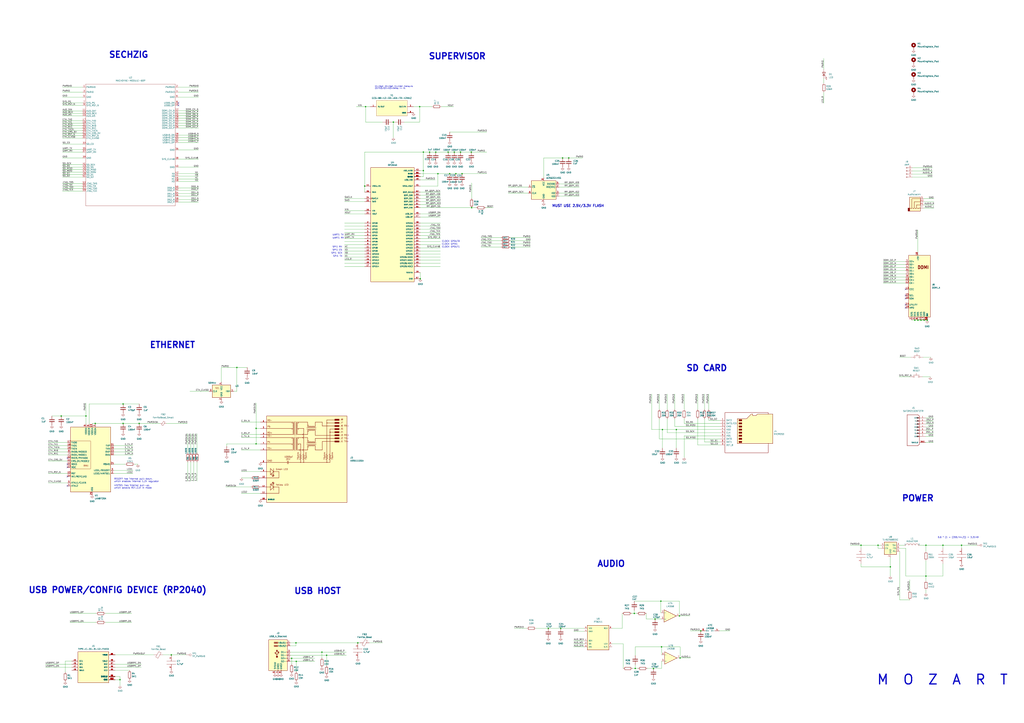
<source format=kicad_sch>
(kicad_sch (version 20211123) (generator eeschema)
  (paper "A1")
  (title_block (title "Mozart Motherboard") (date "2023-03-31") (rev "V1") (company "Copyright © 2023 Lone Dynamics Corporation"))
  (junction (at 300.228 87.63))
  (junction (at 344.678 87.63))
  (junction (at 544.068 353.06))
  (junction (at 357.886 124.968))
  (junction (at 536.702 549.402))
  (junction (at 101.092 347.98))
  (junction (at 264.414 535.94))
  (junction (at 450.342 516.382))
  (junction (at 760.476 448.056))
  (junction (at 101.092 331.978))
  (junction (at 387.35 170.688))
  (junction (at 751.332 263.144))
  (junction (at 210.312 352.044))
  (junction (at 378.206 124.968))
  (junction (at 555.498 353.06))
  (junction (at 753.872 263.144))
  (junction (at 140.716 538.226))
  (junction (at 352.806 124.968))
  (junction (at 520.954 504.19))
  (junction (at 373.126 124.968))
  (junction (at 761.492 263.144))
  (junction (at 369.316 142.748))
  (junction (at 347.726 124.968))
  (junction (at 542.798 494.03))
  (junction (at 345.186 229.108))
  (junction (at 467.106 129.794))
  (junction (at 731.266 465.836))
  (junction (at 114.3 347.98))
  (junction (at 462.026 129.794))
  (junction (at 760.476 473.456))
  (junction (at 368.046 124.968))
  (junction (at 543.306 531.622))
  (junction (at 774.446 448.056))
  (junction (at 293.878 528.32))
  (junction (at 379.476 142.748))
  (junction (at 721.106 448.056))
  (junction (at 243.078 528.32))
  (junction (at 50.292 341.884))
  (junction (at 194.564 302.006))
  (junction (at 347.726 140.208))
  (junction (at 758.952 263.144))
  (junction (at 374.396 142.748))
  (junction (at 460.502 516.382))
  (junction (at 70.612 341.884))
  (junction (at 558.546 540.766))
  (junction (at 359.664 142.748))
  (junction (at 575.564 518.414))
  (junction (at 268.224 538.48))
  (junction (at 243.332 543.56))
  (junction (at 756.412 263.144))
  (junction (at 323.088 100.33))
  (junction (at 210.312 364.744))
  (junction (at 299.466 152.908))
  (junction (at 239.522 541.02))
  (junction (at 707.136 448.056))
  (junction (at 78.232 347.98))
  (junction (at 558.038 506.222))
  (junction (at 98.552 558.546))
  (junction (at 521.716 549.402))
  (junction (at 789.686 448.056))
  (junction (at 537.972 508.762))
  (junction (at 387.096 124.968))
  (no_connect (at 55.372 381.508))
  (no_connect (at 55.372 384.048))
  (no_connect (at 55.372 376.428))
  (no_connect (at 55.372 399.288))
  (no_connect (at 55.372 391.668))
  (no_connect (at 743.712 252.984))
  (no_connect (at 743.712 250.444))
  (no_connect (at 743.712 245.364))
  (no_connect (at 743.712 242.824))
  (no_connect (at 743.712 237.744))
  (no_connect (at 146.558 84.582))
  (no_connect (at 146.558 86.614))
  (wire (pts (xy 299.466 188.468) (xy 282.956 188.468)))
  (wire (pts (xy 299.466 152.908) (xy 299.466 124.968)))
  (wire (pts (xy 67.818 154.94) (xy 51.308 154.94)))
  (wire (pts (xy 518.668 504.19) (xy 520.954 504.19)))
  (wire (pts (xy 293.878 528.32) (xy 295.656 528.32)))
  (wire (pts (xy 239.522 541.02) (xy 258.572 541.02)))
  (wire (pts (xy 582.168 336.55) (xy 582.168 323.85)))
  (wire (pts (xy 299.466 218.948) (xy 282.956 218.948)))
  (wire (pts (xy 94.488 556.006) (xy 98.552 556.006)))
  (wire (pts (xy 357.886 124.968) (xy 368.046 124.968)))
  (wire (pts (xy 359.664 142.748) (xy 369.316 142.748)))
  (wire (pts (xy 774.446 450.596) (xy 774.446 448.056)))
  (wire (pts (xy 520.954 504.19) (xy 523.24 504.19)))
  (wire (pts (xy 738.378 309.626) (xy 747.522 309.626)))
  (wire (pts (xy 238.506 535.94) (xy 264.414 535.94)))
  (wire (pts (xy 747.268 485.394) (xy 747.268 476.504)))
  (wire (pts (xy 78.232 347.98) (xy 75.692 347.98)))
  (wire (pts (xy 419.1 195.326) (xy 435.61 195.326)))
  (wire (pts (xy 67.818 118.364) (xy 51.308 118.364)))
  (wire (pts (xy 39.624 373.888) (xy 55.372 373.888)))
  (wire (pts (xy 94.488 558.546) (xy 98.552 558.546)))
  (wire (pts (xy 519.43 549.402) (xy 521.716 549.402)))
  (wire (pts (xy 299.466 208.788) (xy 282.956 208.788)))
  (wire (pts (xy 530.86 508.762) (xy 537.972 508.762)))
  (wire (pts (xy 238.506 528.32) (xy 243.078 528.32)))
  (wire (pts (xy 751.332 263.144) (xy 753.872 263.144)))
  (wire (pts (xy 345.186 145.288) (xy 347.726 145.288)))
  (wire (pts (xy 210.312 331.216) (xy 210.312 352.044)))
  (wire (pts (xy 98.552 558.546) (xy 98.552 563.372)))
  (wire (pts (xy 67.818 79.756) (xy 51.308 79.756)))
  (wire (pts (xy 210.312 364.744) (xy 210.312 352.044)))
  (wire (pts (xy 67.818 135.382) (xy 51.308 135.382)))
  (wire (pts (xy 194.564 321.564) (xy 194.564 302.006)))
  (wire (pts (xy 186.182 366.776) (xy 186.182 364.744)))
  (wire (pts (xy 361.696 178.308) (xy 345.186 178.308)))
  (wire (pts (xy 721.106 448.056) (xy 723.646 448.056)))
  (wire (pts (xy 163.068 147.066) (xy 146.558 147.066)))
  (wire (pts (xy 78.232 348.488) (xy 78.232 347.98)))
  (wire (pts (xy 738.886 453.136) (xy 738.886 493.014)))
  (wire (pts (xy 419.1 200.406) (xy 435.61 200.406)))
  (wire (pts (xy 344.678 100.33) (xy 344.678 87.63)))
  (wire (pts (xy 766.572 356.108) (xy 760.222 356.108)))
  (wire (pts (xy 198.12 387.604) (xy 213.868 387.604)))
  (wire (pts (xy 67.818 139.446) (xy 51.308 139.446)))
  (wire (pts (xy 462.026 129.794) (xy 467.106 129.794)))
  (wire (pts (xy 198.12 346.964) (xy 213.868 346.964)))
  (wire (pts (xy 163.068 161.29) (xy 146.558 161.29)))
  (wire (pts (xy 547.878 355.6) (xy 591.566 355.6)))
  (wire (pts (xy 53.594 552.45) (xy 53.594 543.306)))
  (wire (pts (xy 379.476 142.748) (xy 399.796 142.748)))
  (wire (pts (xy 299.466 198.628) (xy 282.956 198.628)))
  (wire (pts (xy 243.332 543.56) (xy 258.572 543.56)))
  (wire (pts (xy 738.886 493.014) (xy 747.268 493.014)))
  (wire (pts (xy 789.686 448.056) (xy 802.386 448.056)))
  (wire (pts (xy 299.466 211.328) (xy 282.956 211.328)))
  (wire (pts (xy 554.228 336.55) (xy 554.228 323.85)))
  (wire (pts (xy 361.696 196.088) (xy 345.186 196.088)))
  (wire (pts (xy 544.068 353.06) (xy 535.178 353.06)))
  (wire (pts (xy 163.068 75.692) (xy 146.558 75.692)))
  (wire (pts (xy 304.038 87.63) (xy 300.228 87.63)))
  (wire (pts (xy 764.032 309.626) (xy 757.682 309.626)))
  (wire (pts (xy 67.818 99.314) (xy 51.308 99.314)))
  (wire (pts (xy 394.97 200.406) (xy 411.48 200.406)))
  (wire (pts (xy 789.686 448.056) (xy 789.686 450.596)))
  (wire (pts (xy 98.552 556.006) (xy 98.552 558.546)))
  (wire (pts (xy 161.798 379.73) (xy 161.798 395.478)))
  (wire (pts (xy 765.81 143.002) (xy 749.3 143.002)))
  (wire (pts (xy 725.424 230.124) (xy 743.712 230.124)))
  (wire (pts (xy 345.186 170.688) (xy 387.35 170.688)))
  (wire (pts (xy 575.564 518.414) (xy 566.928 518.414)))
  (wire (pts (xy 573.024 344.17) (xy 573.024 365.76)))
  (wire (pts (xy 163.068 103.124) (xy 146.558 103.124)))
  (wire (pts (xy 70.612 341.884) (xy 70.612 331.216)))
  (wire (pts (xy 707.136 448.056) (xy 721.106 448.056)))
  (wire (pts (xy 738.886 293.624) (xy 748.03 293.624)))
  (wire (pts (xy 136.652 347.98) (xy 153.924 347.98)))
  (wire (pts (xy 299.466 206.248) (xy 282.956 206.248)))
  (wire (pts (xy 198.12 369.824) (xy 213.868 369.824)))
  (wire (pts (xy 159.258 356.362) (xy 159.258 372.11)))
  (wire (pts (xy 268.224 538.48) (xy 284.48 538.48)))
  (wire (pts (xy 163.068 130.81) (xy 146.558 130.81)))
  (wire (pts (xy 725.424 227.584) (xy 743.712 227.584)))
  (wire (pts (xy 93.472 389.128) (xy 109.22 389.128)))
  (wire (pts (xy 93.472 386.588) (xy 109.22 386.588)))
  (wire (pts (xy 347.726 124.968) (xy 347.726 140.208)))
  (wire (pts (xy 67.818 111.506) (xy 51.308 111.506)))
  (wire (pts (xy 268.224 538.48) (xy 268.224 547.116)))
  (wire (pts (xy 555.498 368.3) (xy 555.498 353.06)))
  (wire (pts (xy 566.674 506.222) (xy 558.038 506.222)))
  (wire (pts (xy 766.572 343.408) (xy 760.222 343.408)))
  (wire (pts (xy 93.472 368.808) (xy 109.22 368.808)))
  (wire (pts (xy 723.646 450.596) (xy 721.106 450.596)))
  (wire (pts (xy 361.696 168.148) (xy 345.186 168.148)))
  (wire (pts (xy 758.952 263.144) (xy 761.492 263.144)))
  (wire (pts (xy 387.096 150.622) (xy 387.35 150.622)))
  (wire (pts (xy 361.696 191.008) (xy 345.186 191.008)))
  (wire (pts (xy 767.08 165.862) (xy 758.444 165.862)))
  (wire (pts (xy 163.068 110.998) (xy 146.558 110.998)))
  (wire (pts (xy 67.818 103.378) (xy 51.308 103.378)))
  (wire (pts (xy 361.696 206.248) (xy 345.186 206.248)))
  (wire (pts (xy 541.528 336.55) (xy 541.528 323.85)))
  (wire (pts (xy 299.466 163.068) (xy 282.956 163.068)))
  (wire (pts (xy 766.572 345.948) (xy 760.222 345.948)))
  (wire (pts (xy 721.106 450.596) (xy 721.106 448.056)))
  (wire (pts (xy 299.466 185.928) (xy 282.956 185.928)))
  (wire (pts (xy 361.696 211.328) (xy 345.186 211.328)))
  (wire (pts (xy 582.168 345.44) (xy 582.168 344.17)))
  (wire (pts (xy 114.3 347.98) (xy 131.572 347.98)))
  (wire (pts (xy 561.848 358.14) (xy 561.848 375.92)))
  (wire (pts (xy 520.954 501.65) (xy 520.954 504.19)))
  (wire (pts (xy 760.476 477.266) (xy 760.476 473.456)))
  (wire (pts (xy 361.696 175.768) (xy 345.186 175.768)))
  (wire (pts (xy 73.152 331.978) (xy 101.092 331.978)))
  (wire (pts (xy 264.414 535.94) (xy 264.414 540.766)))
  (wire (pts (xy 163.068 99.06) (xy 146.558 99.06)))
  (wire (pts (xy 67.818 156.972) (xy 51.308 156.972)))
  (wire (pts (xy 67.818 122.936) (xy 51.308 122.936)))
  (wire (pts (xy 39.624 363.728) (xy 55.372 363.728)))
  (wire (pts (xy 374.396 142.748) (xy 379.476 142.748)))
  (wire (pts (xy 163.068 154.432) (xy 146.558 154.432)))
  (wire (pts (xy 133.858 538.226) (xy 140.716 538.226)))
  (wire (pts (xy 299.466 213.868) (xy 282.956 213.868)))
  (wire (pts (xy 94.488 538.226) (xy 126.238 538.226)))
  (wire (pts (xy 163.068 105.156) (xy 146.558 105.156)))
  (wire (pts (xy 520.954 494.03) (xy 542.798 494.03)))
  (wire (pts (xy 37.338 545.846) (xy 58.928 545.846)))
  (wire (pts (xy 561.848 358.14) (xy 591.566 358.14)))
  (wire (pts (xy 738.886 450.596) (xy 743.966 450.596)))
  (wire (pts (xy 238.506 541.02) (xy 239.522 541.02)))
  (wire (pts (xy 558.546 531.622) (xy 558.546 540.766)))
  (wire (pts (xy 198.374 392.684) (xy 206.248 392.684)))
  (wire (pts (xy 299.466 175.768) (xy 282.956 175.768)))
  (wire (pts (xy 163.068 117.094) (xy 146.558 117.094)))
  (wire (pts (xy 163.068 164.084) (xy 146.558 164.084)))
  (wire (pts (xy 479.806 526.542) (xy 471.17 526.542)))
  (wire (pts (xy 361.696 218.948) (xy 345.186 218.948)))
  (wire (pts (xy 156.718 356.362) (xy 156.718 372.11)))
  (wire (pts (xy 544.068 353.06) (xy 544.068 368.3)))
  (wire (pts (xy 760.476 487.426) (xy 760.476 484.886)))
  (wire (pts (xy 110.49 381.508) (xy 113.284 381.508)))
  (wire (pts (xy 561.848 336.55) (xy 561.848 323.85)))
  (wire (pts (xy 387.096 124.968) (xy 399.796 124.968)))
  (wire (pts (xy 67.818 105.41) (xy 51.308 105.41)))
  (wire (pts (xy 345.186 140.208) (xy 347.726 140.208)))
  (wire (pts (xy 67.818 75.692) (xy 51.308 75.692)))
  (wire (pts (xy 67.818 95.25) (xy 51.308 95.25)))
  (wire (pts (xy 347.726 124.968) (xy 352.806 124.968)))
  (wire (pts (xy 37.338 548.386) (xy 58.928 548.386)))
  (wire (pts (xy 163.068 156.464) (xy 146.558 156.464)))
  (wire (pts (xy 446.532 129.794) (xy 446.532 146.05)))
  (wire (pts (xy 161.798 356.362) (xy 161.798 372.11)))
  (wire (pts (xy 53.594 543.306) (xy 58.928 543.306)))
  (wire (pts (xy 731.266 465.836) (xy 707.136 465.836)))
  (wire (pts (xy 676.656 84.836) (xy 676.656 75.946)))
  (wire (pts (xy 774.446 448.056) (xy 789.686 448.056)))
  (wire (pts (xy 57.404 511.556) (xy 78.994 511.556)))
  (wire (pts (xy 186.182 364.744) (xy 210.312 364.744)))
  (wire (pts (xy 323.088 100.33) (xy 321.818 100.33)))
  (wire (pts (xy 39.624 396.748) (xy 55.372 396.748)))
  (wire (pts (xy 521.716 549.402) (xy 524.002 549.402)))
  (wire (pts (xy 361.696 160.528) (xy 345.186 160.528)))
  (wire (pts (xy 300.228 100.33) (xy 300.228 87.63)))
  (wire (pts (xy 561.848 347.98) (xy 591.566 347.98)))
  (wire (pts (xy 86.614 511.556) (xy 108.204 511.556)))
  (wire (pts (xy 67.818 91.186) (xy 51.308 91.186)))
  (wire (pts (xy 362.458 87.63) (xy 372.618 87.63)))
  (wire (pts (xy 361.696 185.928) (xy 345.186 185.928)))
  (wire (pts (xy 299.466 124.968) (xy 347.726 124.968)))
  (wire (pts (xy 156.718 379.73) (xy 156.718 395.478)))
  (wire (pts (xy 163.068 166.116) (xy 146.558 166.116)))
  (wire (pts (xy 554.228 350.52) (xy 591.566 350.52)))
  (wire (pts (xy 39.624 378.968) (xy 55.372 378.968)))
  (wire (pts (xy 387.35 150.622) (xy 387.35 163.068)))
  (wire (pts (xy 323.088 100.33) (xy 323.088 113.03)))
  (wire (pts (xy 567.182 540.766) (xy 558.546 540.766)))
  (wire (pts (xy 361.696 201.168) (xy 345.186 201.168)))
  (wire (pts (xy 475.742 151.13) (xy 459.232 151.13)))
  (wire (pts (xy 394.97 202.946) (xy 411.48 202.946)))
  (wire (pts (xy 67.818 109.474) (xy 51.308 109.474)))
  (wire (pts (xy 159.258 379.73) (xy 159.258 395.478)))
  (wire (pts (xy 292.608 87.63) (xy 300.228 87.63)))
  (wire (pts (xy 731.266 458.216) (xy 731.266 465.836)))
  (wire (pts (xy 766.572 358.648) (xy 760.222 358.648)))
  (wire (pts (xy 57.404 504.19) (xy 78.994 504.19)))
  (wire (pts (xy 344.678 87.63) (xy 339.598 87.63)))
  (wire (pts (xy 264.414 535.94) (xy 284.48 535.94)))
  (wire (pts (xy 163.068 142.748) (xy 146.558 142.748)))
  (wire (pts (xy 75.692 347.98) (xy 75.692 348.488)))
  (wire (pts (xy 475.742 158.75) (xy 459.232 158.75)))
  (wire (pts (xy 521.716 546.354) (xy 521.716 549.402)))
  (wire (pts (xy 535.178 353.06) (xy 535.178 323.85)))
  (wire (pts (xy 767.08 168.402) (xy 758.444 168.402)))
  (wire (pts (xy 531.622 549.402) (xy 536.702 549.402)))
  (wire (pts (xy 760.476 453.136) (xy 760.476 448.056)))
  (wire (pts (xy 760.476 473.456) (xy 774.446 473.456)))
  (wire (pts (xy 50.292 341.884) (xy 70.612 341.884)))
  (wire (pts (xy 361.696 193.548) (xy 345.186 193.548)))
  (wire (pts (xy 101.092 347.98) (xy 114.3 347.98)))
  (wire (pts (xy 378.206 124.968) (xy 387.096 124.968)))
  (wire (pts (xy 299.466 165.608) (xy 282.956 165.608)))
  (wire (pts (xy 361.696 213.868) (xy 345.186 213.868)))
  (wire (pts (xy 573.024 365.76) (xy 591.566 365.76)))
  (wire (pts (xy 67.818 150.876) (xy 51.308 150.876)))
  (wire (pts (xy 163.068 71.628) (xy 146.558 71.628)))
  (wire (pts (xy 369.316 108.458) (xy 399.796 108.458)))
  (wire (pts (xy 347.726 140.208) (xy 347.726 145.288)))
  (wire (pts (xy 547.878 336.55) (xy 547.878 323.85)))
  (wire (pts (xy 707.136 463.296) (xy 707.136 465.836)))
  (wire (pts (xy 394.97 197.866) (xy 411.48 197.866)))
  (wire (pts (xy 475.742 153.67) (xy 459.232 153.67)))
  (wire (pts (xy 299.466 216.408) (xy 282.956 216.408)))
  (wire (pts (xy 536.702 549.402) (xy 543.306 549.402)))
  (wire (pts (xy 67.818 71.628) (xy 51.308 71.628)))
  (wire (pts (xy 578.612 336.55) (xy 578.612 323.85)))
  (wire (pts (xy 39.624 368.808) (xy 55.372 368.808)))
  (wire (pts (xy 554.228 350.52) (xy 554.228 344.17)))
  (wire (pts (xy 198.12 357.124) (xy 213.868 357.124)))
  (wire (pts (xy 93.472 381.508) (xy 102.87 381.508)))
  (wire (pts (xy 181.864 302.006) (xy 181.864 313.944)))
  (wire (pts (xy 140.716 538.226) (xy 152.908 538.226)))
  (wire (pts (xy 537.972 508.762) (xy 542.798 508.762)))
  (wire (pts (xy 753.872 263.144) (xy 756.412 263.144)))
  (wire (pts (xy 361.696 183.388) (xy 345.186 183.388)))
  (wire (pts (xy 67.818 84.582) (xy 51.308 84.582)))
  (wire (pts (xy 760.476 448.056) (xy 774.446 448.056)))
  (wire (pts (xy 163.068 79.756) (xy 146.558 79.756)))
  (wire (pts (xy 753.872 207.264) (xy 753.872 188.976)))
  (wire (pts (xy 748.792 263.144) (xy 751.332 263.144)))
  (wire (pts (xy 361.696 216.408) (xy 345.186 216.408)))
  (wire (pts (xy 543.306 531.622) (xy 543.306 538.226)))
  (wire (pts (xy 324.358 100.33) (xy 323.088 100.33)))
  (wire (pts (xy 725.424 219.964) (xy 743.712 219.964)))
  (wire (pts (xy 766.572 363.728) (xy 760.222 363.728)))
  (wire (pts (xy 299.466 203.708) (xy 282.956 203.708)))
  (wire (pts (xy 299.466 193.548) (xy 282.956 193.548)))
  (wire (pts (xy 555.498 353.06) (xy 591.566 353.06)))
  (wire (pts (xy 760.476 473.456) (xy 743.966 473.456)))
  (wire (pts (xy 521.716 531.622) (xy 543.306 531.622)))
  (wire (pts (xy 154.178 356.362) (xy 154.178 372.11)))
  (wire (pts (xy 345.186 152.908) (xy 359.664 152.908)))
  (wire (pts (xy 93.472 366.268) (xy 109.22 366.268)))
  (wire (pts (xy 433.832 153.67) (xy 417.322 153.67)))
  (wire (pts (xy 765.81 145.542) (xy 749.3 145.542)))
  (wire (pts (xy 299.466 196.088) (xy 282.956 196.088)))
  (wire (pts (xy 154.178 379.73) (xy 154.178 395.478)))
  (wire (pts (xy 446.532 129.794) (xy 462.026 129.794)))
  (wire (pts (xy 766.572 351.028) (xy 760.222 351.028)))
  (wire (pts (xy 238.506 538.48) (xy 268.224 538.48)))
  (wire (pts (xy 361.696 188.468) (xy 345.186 188.468)))
  (wire (pts (xy 405.13 170.688) (xy 398.78 170.688)))
  (wire (pts (xy 368.046 124.968) (xy 373.126 124.968)))
  (wire (pts (xy 561.848 347.98) (xy 561.848 344.17)))
  (wire (pts (xy 213.868 364.744) (xy 210.312 364.744)))
  (wire (pts (xy 42.672 341.884) (xy 50.292 341.884)))
  (wire (pts (xy 573.024 336.55) (xy 573.024 323.85)))
  (wire (pts (xy 67.818 129.794) (xy 51.308 129.794)))
  (wire (pts (xy 67.818 86.614) (xy 51.308 86.614)))
  (wire (pts (xy 93.472 371.348) (xy 109.22 371.348)))
  (wire (pts (xy 243.078 528.32) (xy 293.878 528.32)))
  (wire (pts (xy 192.024 321.564) (xy 194.564 321.564)))
  (wire (pts (xy 361.696 198.628) (xy 345.186 198.628)))
  (wire (pts (xy 163.068 97.028) (xy 146.558 97.028)))
  (wire (pts (xy 450.342 516.382) (xy 460.502 516.382)))
  (wire (pts (xy 764.54 293.624) (xy 758.19 293.624)))
  (wire (pts (xy 433.832 158.75) (xy 417.322 158.75)))
  (wire (pts (xy 756.412 263.144) (xy 758.952 263.144)))
  (wire (pts (xy 238.506 530.86) (xy 243.078 530.86)))
  (wire (pts (xy 361.696 163.068) (xy 345.186 163.068)))
  (wire (pts (xy 541.528 360.68) (xy 591.566 360.68)))
  (wire (pts (xy 547.878 355.6) (xy 547.878 344.17)))
  (wire (pts (xy 303.276 528.32) (xy 314.198 528.32)))
  (wire (pts (xy 725.424 222.504) (xy 743.712 222.504)))
  (wire (pts (xy 70.612 348.488) (xy 70.612 341.884)))
  (wire (pts (xy 369.316 142.748) (xy 374.396 142.748)))
  (wire (pts (xy 243.332 543.56) (xy 243.332 552.196)))
  (wire (pts (xy 86.614 504.19) (xy 108.204 504.19)))
  (wire (pts (xy 502.666 516.382) (xy 511.048 516.382)))
  (wire (pts (xy 479.806 531.622) (xy 471.17 531.622)))
  (wire (pts (xy 238.506 543.56) (xy 243.332 543.56)))
  (wire (pts (xy 530.86 504.19) (xy 530.86 508.762)))
  (wire (pts (xy 299.466 183.388) (xy 282.956 183.388)))
  (wire (pts (xy 67.818 124.968) (xy 51.308 124.968)))
  (wire (pts (xy 39.624 389.128) (xy 55.372 389.128)))
  (wire (pts (xy 541.528 360.68) (xy 541.528 344.17)))
  (wire (pts (xy 94.488 545.846) (xy 116.078 545.846)))
  (wire (pts (xy 94.488 550.926) (xy 106.426 550.926)))
  (wire (pts (xy 163.068 92.964) (xy 146.558 92.964)))
  (wire (pts (xy 591.566 345.44) (xy 582.168 345.44)))
  (wire (pts (xy 725.424 225.044) (xy 743.712 225.044)))
  (wire (pts (xy 479.806 529.082) (xy 471.17 529.082)))
  (wire (pts (xy 558.038 506.222) (xy 558.038 494.03)))
  (wire (pts (xy 394.97 195.326) (xy 411.48 195.326)))
  (wire (pts (xy 725.424 217.424) (xy 743.712 217.424)))
  (wire (pts (xy 67.818 152.908) (xy 51.308 152.908)))
  (wire (pts (xy 352.806 124.968) (xy 357.886 124.968)))
  (wire (pts (xy 163.068 101.092) (xy 146.558 101.092)))
  (wire (pts (xy 243.078 530.86) (xy 243.078 528.32)))
  (wire (pts (xy 345.186 142.748) (xy 359.664 142.748)))
  (wire (pts (xy 521.716 538.734) (xy 521.716 531.622)))
  (wire (pts (xy 765.81 140.462) (xy 749.3 140.462)))
  (wire (pts (xy 67.818 113.538) (xy 51.308 113.538)))
  (wire (pts (xy 73.152 348.488) (xy 73.152 331.978)))
  (wire (pts (xy 543.306 531.622) (xy 558.546 531.622)))
  (wire (pts (xy 558.038 494.03) (xy 542.798 494.03)))
  (wire (pts (xy 361.696 165.608) (xy 345.186 165.608)))
  (wire (pts (xy 475.742 161.29) (xy 459.232 161.29)))
  (wire (pts (xy 213.868 352.044) (xy 210.312 352.044)))
  (wire (pts (xy 766.572 353.568) (xy 760.222 353.568)))
  (wire (pts (xy 767.08 163.322) (xy 758.444 163.322)))
  (wire (pts (xy 163.068 137.414) (xy 146.558 137.414)))
  (wire (pts (xy 345.186 147.828) (xy 357.378 147.828)))
  (wire (pts (xy 163.068 123.19) (xy 146.558 123.19)))
  (wire (pts (xy 725.424 232.664) (xy 743.712 232.664)))
  (wire (pts (xy 359.664 152.908) (xy 359.664 142.748)))
  (wire (pts (xy 479.806 518.922) (xy 471.17 518.922)))
  (wire (pts (xy 101.092 331.978) (xy 114.3 331.978)))
  (wire (pts (xy 198.12 405.384) (xy 213.868 405.384)))
  (wire (pts (xy 239.522 541.02) (xy 239.522 545.846)))
  (wire (pts (xy 163.068 90.932) (xy 146.558 90.932)))
  (wire (pts (xy 555.498 353.06) (xy 544.068 353.06)))
  (wire (pts (xy 707.136 450.596) (xy 707.136 448.056)))
  (wire (pts (xy 67.818 107.442) (xy 51.308 107.442)))
  (wire (pts (xy 163.068 149.098) (xy 146.558 149.098)))
  (wire (pts (xy 578.612 363.22) (xy 578.612 344.17)))
  (wire (pts (xy 760.476 448.056) (xy 755.396 448.056)))
  (wire (pts (xy 725.424 214.884) (xy 743.712 214.884)))
  (wire (pts (xy 502.666 529.082) (xy 511.81 529.082)))
  (wire (pts (xy 419.1 202.946) (xy 435.61 202.946)))
  (wire (pts (xy 299.466 173.228) (xy 282.956 173.228)))
  (wire (pts (xy 765.81 137.922) (xy 749.3 137.922)))
  (wire (pts (xy 511.048 504.19) (xy 511.048 516.382)))
  (wire (pts (xy 743.966 450.596) (xy 743.966 473.456)))
  (wire (pts (xy 67.818 143.51) (xy 51.308 143.51)))
  (wire (pts (xy 202.946 302.006) (xy 194.564 302.006)))
  (wire (pts (xy 299.466 157.988) (xy 299.466 152.908)))
  (wire (pts (xy 419.1 197.866) (xy 435.61 197.866)))
  (wire (pts (xy 676.656 56.896) (xy 676.656 48.006)))
  (wire (pts (xy 361.696 203.708) (xy 345.186 203.708)))
  (wire (pts (xy 731.266 465.836) (xy 731.266 473.456)))
  (wire (pts (xy 774.446 473.456) (xy 774.446 463.296)))
  (wire (pts (xy 698.246 448.056) (xy 707.136 448.056)))
  (wire (pts (xy 361.696 157.988) (xy 345.186 157.988)))
  (wire (pts (xy 591.566 363.22) (xy 578.612 363.22)))
  (wire (pts (xy 67.818 141.478) (xy 51.308 141.478)))
  (wire (pts (xy 760.476 460.756) (xy 760.476 473.456)))
  (wire (pts (xy 67.818 137.414) (xy 51.308 137.414)))
  (wire (pts (xy 163.068 159.258) (xy 146.558 159.258)))
  (wire (pts (xy 599.44 518.414) (xy 590.804 518.414)))
  (wire (pts (xy 78.232 347.98) (xy 101.092 347.98)))
  (wire (pts (xy 767.08 170.942) (xy 758.444 170.942)))
  (wire (pts (xy 185.42 400.304) (xy 206.248 400.304)))
  (wire (pts (xy 766.572 348.488) (xy 760.222 348.488)))
  (wire (pts (xy 738.886 448.056) (xy 742.696 448.056)))
  (wire (pts (xy 163.068 113.03) (xy 146.558 113.03)))
  (wire (pts (xy 314.198 100.33) (xy 300.228 100.33)))
  (wire (pts (xy 93.472 373.888) (xy 109.22 373.888)))
  (wire (pts (xy 542.798 494.03) (xy 542.798 503.682)))
  (wire (pts (xy 440.182 516.382) (xy 450.342 516.382)))
  (wire (pts (xy 422.402 516.382) (xy 432.562 516.382)))
  (wire (pts (xy 373.126 124.968) (xy 378.206 124.968)))
  (wire (pts (xy 344.678 87.63) (xy 354.838 87.63)))
  (wire (pts (xy 155.956 321.564) (xy 171.704 321.564)))
  (wire (pts (xy 543.306 549.402) (xy 543.306 543.306)))
  (wire (pts (xy 163.068 94.996) (xy 146.558 94.996)))
  (wire (pts (xy 94.488 548.386) (xy 116.078 548.386)))
  (wire (pts (xy 194.564 302.006) (xy 181.864 302.006)))
  (wire (pts (xy 345.186 224.028) (xy 345.186 229.108)))
  (wire (pts (xy 39.624 366.268) (xy 55.372 366.268)))
  (wire (pts (xy 299.466 191.008) (xy 282.956 191.008)))
  (wire (pts (xy 331.978 100.33) (xy 344.678 100.33)))
  (wire (pts (xy 511.81 529.082) (xy 511.81 549.402)))
  (wire (pts (xy 39.624 371.348) (xy 55.372 371.348)))
  (wire (pts (xy 299.466 201.168) (xy 282.956 201.168)))
  (wire (pts (xy 67.818 145.542) (xy 51.308 145.542)))
  (wire (pts (xy 387.35 170.688) (xy 391.16 170.688)))
  (wire (pts (xy 163.068 144.78) (xy 146.558 144.78)))
  (wire (pts (xy 198.12 359.664) (xy 213.868 359.664)))
  (wire (pts (xy 361.696 208.788) (xy 345.186 208.788)))
  (wire (pts (xy 67.818 93.218) (xy 51.308 93.218)))
  (wire (pts (xy 467.106 129.794) (xy 478.536 129.794)))
  (wire (pts (xy 460.502 516.382) (xy 479.806 516.382)))
  (wire (pts (xy 676.656 64.516) (xy 676.656 68.326)))
  (wire (pts (xy 67.818 101.346) (xy 51.308 101.346)))
  (wire (pts (xy 163.068 115.062) (xy 146.558 115.062)))
  (text "CLOCK GPOUT1" (at 362.966 203.708 0) (effects (font (size 1.27 1.27)) (justify left bottom)))
  (text "M  O  Z  A  R  T" (at 719.836 563.372 0) (effects (font (size 8 8) (thickness 1) bold) (justify left bottom)))
  (text "nINTSEL has internal pull-up,\nwhich selects REF_CLK In mode" (at 93.726 401.828 0) (effects (font (size 1.27 1.27)) (justify left bottom)))
  (text "0.6 * (1 + (200/44.2)) = 3.3149" (at 770.128 442.468 0) (effects (font (size 1.27 1.27)) (justify left bottom)))
  (text "SD CARD" (at 563.372 305.562 0) (effects (font (size 5 5) (thickness 1) bold) (justify left bottom)))
  (text "SPI1 CS" (at 273.05 206.248 0) (effects (font (size 1.27 1.27)) (justify left bottom)))
  (text "MUST USE 2.5V/3.3V FLASH" (at 453.39 170.434 0) (effects (font (size 2 2) (thickness 0.4) bold) (justify left bottom)))
  (text "C1=15pF, C2=15pF, CL=12pF, Cstray=5,\n(C1*C2)/(C1+C2)+Cstray == CL" (at 307.9496 73.2536 0) (effects (font (size 0.9906 0.9906)) (justify left bottom)))
  (text "UART1 TX" (at 273.05 193.802 0) (effects (font (size 1.27 1.27)) (justify left bottom)))
  (text "REGOFF has internal pull-down,\nwhich enables internal 1.2V regulator" (at 93.726 396.494 0) (effects (font (size 1.27 1.27)) (justify left bottom)))
  (text "POWER" (at 740.41 412.496 0) (effects (font (size 5 5) (thickness 1) bold) (justify left bottom)))
  (text "SECHZIG" (at 89.154 48.006 0) (effects (font (size 5 5) (thickness 1) bold) (justify left bottom)))
  (text "SPI1 RX" (at 273.05 203.708 0) (effects (font (size 1.27 1.27)) (justify left bottom)))
  (text "SPI1 TX" (at 273.558 211.328 0) (effects (font (size 1.27 1.27)) (justify left bottom)))
  (text "ETHERNET" (at 122.682 286.512 0) (effects (font (size 5 5) (thickness 1) bold) (justify left bottom)))
  (text "CLOCK GPIN1" (at 362.966 201.422 0) (effects (font (size 1.27 1.27)) (justify left bottom)))
  (text "USB POWER/CONFIG DEVICE (RP2040)" (at 23.114 487.934 0) (effects (font (size 5 5) (thickness 1) bold) (justify left bottom)))
  (text "CLOCK GPOUT0" (at 362.966 199.136 0) (effects (font (size 1.27 1.27)) (justify left bottom)))
  (text "SUPERVISOR" (at 351.79 49.276 0) (effects (font (size 5 5) (thickness 1) bold) (justify left bottom)))
  (text "AUDIO" (at 490.22 466.344 0) (effects (font (size 5 5) (thickness 1) bold) (justify left bottom)))
  (text "USB HOST" (at 241.3 488.696 0) (effects (font (size 5 5) (thickness 1) bold) (justify left bottom)))
  (text "SPI1 SCK" (at 272.034 208.788 0) (effects (font (size 1.27 1.27)) (justify left bottom)))
  (text "UART1 RX" (at 273.05 196.342 0) (effects (font (size 1.27 1.27)) (justify left bottom)))
  (label "GND" (at 159.004 79.756 0))
  (label "PWR3V3A" (at 161.798 356.362 270))
  (label "PWR3V3A" (at 194.056 400.304 180))
  (label "USBH1_N" (at 248.666 543.56 0))
  (label "PWR3V3" (at 155.194 75.692 0))
  (label "USBRPC_DP" (at 37.338 545.846 0))
  (label "DDMI_CK_N" (at 725.424 232.664 0))
  (label "AUD_DIN" (at 471.17 531.622 0))
  (label "UART_TX" (at 282.956 196.088 0))
  (label "DDMI_D0_N" (at 152.4 94.996 0))
  (label "ETH_CLK50" (at 160.782 321.564 0))
  (label "AUDIO_R" (at 759.206 168.402 0))
  (label "PWR3V3" (at 573.024 331.47 90))
  (label "DDMI_D0_P" (at 152.4 97.028 0))
  (label "PWR3V3A" (at 159.258 356.362 270))
  (label "SYS_CLK48" (at 350.774 203.708 0))
  (label "JTAG_TDO" (at 352.806 188.468 0))
  (label "PWR5V0" (at 51.308 71.628 0))
  (label "PWR5V0" (at 757.936 137.922 0))
  (label "AUD_BCK" (at 51.308 93.218 0))
  (label "PWR5V0" (at 698.246 448.056 0))
  (label "DDMI_D2_N" (at 725.424 217.424 0))
  (label "ETH_RX1" (at 51.308 105.41 0))
  (label "PWR5V0" (at 155.448 71.628 0))
  (label "PWRIO" (at 429.514 195.326 0))
  (label "USBH1_N" (at 154.432 115.062 0))
  (label "ETH_RST_N" (at 39.624 389.128 0))
  (label "PWR3V3A" (at 156.718 356.362 270))
  (label "SD_MISO" (at 51.308 139.446 0))
  (label "E_RX_P" (at 102.362 371.348 0))
  (label "PWR3V3" (at 578.612 331.47 90))
  (label "LED2" (at 198.12 405.384 0))
  (label "DDMI_D1_N" (at 725.424 222.504 0))
  (label "DDMI_D0_P" (at 725.424 225.044 0))
  (label "XOUT" (at 367.538 87.63 0))
  (label "PWR3V3" (at 554.228 331.47 90))
  (label "RP_QSPI_SCK" (at 417.322 158.75 0))
  (label "JTAG_TCK" (at 352.806 191.008 0))
  (label "DS2_P" (at 760.73 345.948 0))
  (label "JTAG_TDO" (at 51.308 154.94 0))
  (label "JTAG_TMS" (at 51.308 150.876 0))
  (label "AUDIO_L" (at 757.682 140.462 0))
  (label "DS1_N" (at 760.476 356.108 0))
  (label "PWRIO" (at 676.656 55.626 90))
  (label "PWR3V3" (at 541.528 331.47 90))
  (label "DDMI_D1_P" (at 152.4 101.092 0))
  (label "USBRPC_DN" (at 57.404 511.556 0))
  (label "ETH_TXEN" (at 39.624 368.808 0))
  (label "SD_D2" (at 582.93 345.44 0))
  (label "XC" (at 282.956 203.708 0))
  (label "PWR3V3" (at 535.178 331.47 90))
  (label "XA" (at 160.02 142.748 0))
  (label "DS2_P" (at 156.972 166.116 0))
  (label "USBH1_P" (at 248.666 541.02 0))
  (label "LED_R" (at 282.956 213.868 0))
  (label "PWRIO" (at 392.176 124.968 0))
  (label "PWR3V3A" (at 129.794 347.98 180))
  (label "BOOT" (at 400.05 170.688 0))
  (label "AUD_BCK" (at 471.17 526.542 0))
  (label "DS1_N" (at 156.972 159.258 0))
  (label "LED_R" (at 676.656 84.836 90))
  (label "GND" (at 762.508 363.728 0))
  (label "USBRP_DN" (at 97.79 511.556 0))
  (label "ETH_TX0" (at 51.308 99.314 0))
  (label "DS0_P" (at 156.972 156.464 0))
  (label "DDMI_D2_P" (at 152.4 105.156 0))
  (label "E_TX_P" (at 198.12 369.824 0))
  (label "UART_RX" (at 282.956 193.548 0))
  (label "JTAG_TCK" (at 403.86 197.866 180))
  (label "ETH_RX0" (at 39.624 371.348 0))
  (label "GND" (at 159.004 123.19 0))
  (label "RP_QSPI_SS" (at 350.266 170.688 0))
  (label "GND" (at 431.8 197.866 0))
  (label "PWR3V3A" (at 210.312 339.852 90))
  (label "PWR3V3" (at 547.878 331.47 90))
  (label "PWR3V3" (at 422.402 516.382 0))
  (label "RP_QSPI_IO2" (at 463.55 158.75 0))
  (label "PWR3V3" (at 566.928 518.414 0))
  (label "XIN" (at 293.878 87.63 0))
  (label "PWR3V3" (at 561.848 331.47 90))
  (label "AUDIO_L" (at 759.46 170.942 0))
  (label "PWRIO" (at 387.35 157.988 90))
  (label "AUD_WS" (at 471.17 529.082 0))
  (label "RP_QSPI_IO1" (at 463.55 153.67 0))
  (label "DDMI_D1_P" (at 725.424 219.964 0))
  (label "AUDIO_L" (at 559.562 540.766 0))
  (label "SD_D1" (at 583.438 363.22 0))
  (label "PWR3V3" (at 349.504 147.828 0))
  (label "E_TX_P" (at 102.362 366.268 0))
  (label "USBRP_DP" (at 351.79 178.308 0))
  (label "PWR3V3" (at 392.176 108.458 0))
  (label "PWR3V3A" (at 154.178 356.362 270))
  (label "UART_TX" (at 51.308 122.936 0))
  (label "GND" (at 471.17 518.922 0))
  (label "SYS_RST_N" (at 351.282 196.088 0))
  (label "ETH_TXEN" (at 51.308 107.442 0))
  (label "DS2_N" (at 760.73 348.488 0))
  (label "DDMI_D0_N" (at 725.424 227.584 0))
  (label "SD_MOSI" (at 563.118 350.52 0))
  (label "PWR3V3" (at 582.168 331.47 90))
  (label "SWCLK" (at 282.956 163.068 0))
  (label "SD_CD" (at 51.308 118.364 0))
  (label "USBH0_P" (at 154.432 113.03 0))
  (label "ETH_TX1" (at 51.308 101.346 0))
  (label "DDMI_D2_P" (at 725.424 214.884 0))
  (label "SD_SCK" (at 51.308 135.382 0))
  (label "SD_D1" (at 51.308 143.51 0))
  (label "RP_QSPI_SS" (at 417.322 153.67 0))
  (label "ETH_RX1" (at 39.624 373.888 0))
  (label "XOUT" (at 282.956 175.768 0))
  (label "USBRPC_DP" (at 57.404 504.19 0))
  (label "DS1_P" (at 760.476 353.568 0))
  (label "XB" (at 160.02 144.78 0))
  (label "E_TX_N" (at 102.362 368.808 0))
  (label "JTAG_TCK" (at 51.308 156.972 0))
  (label "DDMI_D2_N" (at 152.4 103.124 0))
  (label "RP_QSPI_IO3" (at 463.55 161.29 0))
  (label "ETH_RST_N" (at 51.308 111.506 0))
  (label "JTAG_TDI" (at 51.308 152.908 0))
  (label "PWR3V3" (at 153.924 347.98 180))
  (label "E_RX_N" (at 198.12 346.964 0))
  (label "AUDIO_R" (at 558.8 506.222 0))
  (label "USBH0_N" (at 154.432 110.998 0))
  (label "PWRIO" (at 70.612 331.216 270))
  (label "ETH_CLK50" (at 51.308 113.538 0))
  (label "E_RX_P" (at 156.718 388.62 270))
  (label "XD" (at 160.02 149.098 0))
  (label "SYS_RST_N" (at 51.308 86.614 0))
  (label "USBRP_DN" (at 351.79 175.768 0))
  (label "PWR5V0" (at 306.324 528.32 0))
  (label "PWR3V3" (at 794.766 448.056 0))
  (label "PWRIO" (at 429.514 202.946 0))
  (label "PWR5V0" (at 753.872 196.342 90))
  (label "PWRIO" (at 472.948 129.794 0))
  (label "JTAG_TMS" (at 352.552 193.548 0))
  (label "SWD" (at 282.956 165.608 0))
  (label "DDMI_CK_P" (at 152.4 92.964 0))
  (label "XC" (at 160.02 147.066 0))
  (label "ETH_CLK50" (at 39.624 396.748 0))
  (label "PWR5V0UF" (at 109.22 538.226 0))
  (label "E_RX_P" (at 198.12 357.124 0))
  (label "SD_MOSI" (at 51.308 141.478 0))
  (label "LED2" (at 104.14 389.128 0))
  (label "GND" (at 51.308 129.794 0))
  (label "PWRIO" (at 429.514 200.406 0))
  (label "PWR5V0" (at 145.288 538.226 0))
  (label "SD_SCK" (at 563.118 355.6 0))
  (label "GND" (at 762.508 343.408 0))
  (label "USBRPC_DN" (at 37.338 548.386 0))
  (label "JTAG_TDO" (at 403.86 200.406 180))
  (label "ETH_TX1" (at 39.624 366.268 0))
  (label "JTAG_TDI" (at 403.352 202.946 180))
  (label "GND" (at 762.762 163.322 0))
  (label "SYS_RST_N" (at 738.378 309.626 0))
  (label "RP_QSPI_SCK" (at 348.996 157.988 0))
  (label "PWRIO" (at 51.308 75.692 0))
  (label "ETH_TX0" (at 39.624 363.728 0))
  (label "LED1" (at 104.14 386.588 0))
  (label "ETH_CRS_DV" (at 39.624 378.968 0))
  (label "SYS_PG" (at 51.308 84.582 0))
  (label "RP_QSPI_IO3" (at 349.758 168.148 0))
  (label "XIN" (at 282.956 173.228 0))
  (label "E_RX_N" (at 154.178 388.62 270))
  (label "DDMI_CK_P" (at 725.424 230.124 0))
  (label "SD_SS" (at 563.118 347.98 0))
  (label "USBRPC_DP" (at 104.394 548.386 0))
  (label "PWR3V3" (at 747.268 485.394 90))
  (label "PWRIO" (at 187.96 302.006 180))
  (label "XD" (at 282.956 206.248 0))
  (label "AUD_WS" (at 51.308 95.25 0))
  (label "DS0_N" (at 156.972 154.432 0))
  (label "XB" (at 282.956 208.788 0))
  (label "USBH0_P" (at 274.32 535.94 0))
  (label "DDMI_CK_N" (at 152.4 90.932 0))
  (label "SD_CD" (at 583.438 365.76 0))
  (label "ETH_RX0" (at 51.308 103.378 0))
  (label "ETH_CRS_DV" (at 51.308 109.474 0))
  (label "XA" (at 282.956 211.328 0))
  (label "SYS_CLK48" (at 152.146 130.81 0))
  (label "SD_MISO" (at 563.118 360.68 0))
  (label "USBRP_DP" (at 97.79 504.19 0))
  (label "PWR1V1" (at 392.176 142.748 0))
  (label "JTAG_TMS" (at 404.114 195.326 180))
  (label "USBH1_P" (at 154.432 117.094 0))
  (label "E_TX_P" (at 161.798 388.62 270))
  (label "AUD_DIN" (at 51.308 91.186 0))
  (label "RP_QSPI_IO2" (at 349.758 165.608 0))
  (label "DS1_P" (at 156.972 161.29 0))
  (label "E_RX_N" (at 102.362 373.888 0))
  (label "RP_QSPI_IO0" (at 463.55 151.13 0))
  (label "SD_SS" (at 51.308 137.414 0))
  (label "LED1" (at 198.12 387.604 0))
  (label "GND" (at 51.308 79.756 0))
  (label "GND" (at 595.63 518.414 0))
  (label "GND" (at 762.508 358.648 0))
  (label "RP_QSPI_IO0" (at 349.504 160.528 0))
  (label "USBH0_N" (at 274.32 538.48 0))
  (label "BOOT" (at 738.886 293.624 0))
  (label "USBRPC_DN" (at 104.394 545.846 0))
  (label "GND" (at 159.004 137.414 0))
  (label "SYS_PG" (at 738.886 489.458 90))
  (label "DDMI_D1_N" (at 152.4 99.06 0))
  (label "E_TX_N" (at 198.12 359.664 0))
  (label "DS2_N" (at 156.972 164.084 0))
  (label "AUDIO_R" (at 757.682 143.002 0))
  (label "GND" (at 762.508 351.028 0))
  (label "E_TX_N" (at 159.258 388.62 270))
  (label "RP_QSPI_IO1" (at 349.758 163.068 0))
  (label "UART_RX" (at 51.308 124.968 0))
  (label "SD_D2" (at 51.308 145.542 0))
  (label "GND" (at 761.746 145.542 0))
  (label "JTAG_TDI" (at 353.314 185.928 0))
  (symbol (lib_id "ldx-rescue:MRR_ESPE-rescue_Micro_SD_Card_China-projsym-MRR_ESPA-rescue-microsd") (at 614.426 355.6 0) (unit 1)
    (property "Reference" "J4" (at 635.508 354.4316 0) (effects (justify left)))
    (property "Value" "MICROSD" (at 635.508 356.743 0) (effects (justify left)))
    (property "Footprint" "LD-SDCARD:SDCARD" (effects hide))
  )
  (symbol (lib_id "Device:R") (at 547.878 340.36 0) (unit 1)
    (property "Reference" "R32" (at 549.656 339.1916 0) (effects (justify left)))
    (property "Value" "20K" (at 549.656 341.503 0) (effects (justify left)))
    (property "Footprint" "Resistor_SMD:R_0603_1608Metric" (effects hide))
  )
  (symbol (lib_id "power:GND") (at 561.848 375.92 0) (unit 1)
    (property "Reference" "#PWR050" (effects hide))
    (property "Value" "GND" (at 561.975 380.3142 0))
  )
  (symbol (lib_id "Device:C") (at 555.498 372.11 0) (unit 1)
    (property "Reference" "C33" (at 549.148 370.84 0) (effects (justify left)))
    (property "Value" "100nF" (at 546.608 373.38 0) (effects (justify left)))
    (property "Footprint" "Resistor_SMD:R_0603_1608Metric" (effects hide))
  )
  (symbol (lib_id "power:GND") (at 555.498 375.92 0) (unit 1)
    (property "Reference" "#PWR049" (effects hide))
    (property "Value" "GND" (at 555.625 380.3142 0))
  )
  (symbol (lib_id "pspice:C") (at 707.136 456.946 0) (unit 1)
    (property "Reference" "C34" (at 711.6572 455.7776 0) (effects (justify left)))
    (property "Value" "4.7uF" (at 711.6572 458.089 0) (effects (justify left)))
    (property "Footprint" "Capacitor_SMD:C_0603_1608Metric" (effects hide))
  )
  (symbol (lib_id "pspice:C") (at 774.446 456.946 0) (unit 1)
    (property "Reference" "C35" (at 778.9672 455.7776 0) (effects (justify left)))
    (property "Value" "10pF" (at 778.9672 458.089 0) (effects (justify left)))
    (property "Footprint" "Capacitor_SMD:C_0603_1608Metric" (effects hide))
  )
  (symbol (lib_id "power:GND") (at 789.686 463.296 0) (unit 1)
    (property "Reference" "#PWR060" (effects hide))
    (property "Value" "GND" (at 789.813 467.6902 0))
  )
  (symbol (lib_id "Device:R") (at 554.228 340.36 0) (unit 1)
    (property "Reference" "R33" (at 556.006 339.1916 0) (effects (justify left)))
    (property "Value" "20K" (at 556.006 341.503 0) (effects (justify left)))
    (property "Footprint" "Resistor_SMD:R_0603_1608Metric" (effects hide))
  )
  (symbol (lib_id "power:GND") (at 760.476 487.426 0) (unit 1)
    (property "Reference" "#PWR052" (effects hide))
    (property "Value" "GND" (at 760.603 491.8202 0))
  )
  (symbol (lib_id "power:GND") (at 731.266 473.456 0) (unit 1)
    (property "Reference" "#PWR051" (effects hide))
    (property "Value" "GND" (at 731.393 477.8502 0))
  )
  (symbol (lib_id "Device:Ferrite_Bead") (at 130.048 538.226 270) (unit 1)
    (property "Reference" "FB1" (at 130.048 531.2664 90))
    (property "Value" "Ferrite_Bead" (at 130.048 533.5778 90))
    (property "Footprint" "Resistor_SMD:R_0603_1608Metric" (effects hide))
  )
  (symbol (lib_id "Device:R") (at 561.848 340.36 0) (unit 1)
    (property "Reference" "R34" (at 563.626 339.1916 0) (effects (justify left)))
    (property "Value" "20K" (at 563.626 341.503 0) (effects (justify left)))
    (property "Footprint" "Resistor_SMD:R_0603_1608Metric" (effects hide))
  )
  (symbol (lib_id "Device:R") (at 541.528 340.36 0) (unit 1)
    (property "Reference" "R31" (at 543.306 339.1916 0) (effects (justify left)))
    (property "Value" "20K" (at 543.306 341.503 0) (effects (justify left)))
    (property "Footprint" "Resistor_SMD:R_0603_1608Metric" (effects hide))
  )
  (symbol (lib_id "Device:R") (at 53.594 556.26 0) (unit 1)
    (property "Reference" "R1" (at 55.372 555.0916 0) (effects (justify left)))
    (property "Value" "5K1" (at 55.372 557.403 0) (effects (justify left)))
    (property "Footprint" "Resistor_SMD:R_0603_1608Metric" (effects hide))
  )
  (symbol (lib_id "Device:R") (at 106.426 554.736 0) (unit 1)
    (property "Reference" "R4" (at 108.204 553.5676 0) (effects (justify left)))
    (property "Value" "5K1" (at 108.204 555.879 0) (effects (justify left)))
    (property "Footprint" "Resistor_SMD:R_0603_1608Metric" (effects hide))
  )
  (symbol (lib_id "Device:C") (at 544.068 372.11 0) (unit 1)
    (property "Reference" "C32" (at 537.718 370.84 0) (effects (justify left)))
    (property "Value" "10uF" (at 535.178 373.38 0) (effects (justify left)))
    (property "Footprint" "Resistor_SMD:R_0603_1608Metric" (effects hide))
  )
  (symbol (lib_id "power:GND") (at 544.068 375.92 0) (unit 1)
    (property "Reference" "#PWR048" (effects hide))
    (property "Value" "GND" (at 544.195 380.3142 0))
  )
  (symbol (lib_id "Connector:TestPoint") (at 802.386 448.056 270) (unit 1)
    (property "Reference" "TP2" (at 807.1612 446.8876 90) (effects (justify left)))
    (property "Value" "TP_PWR3V3" (at 807.1612 449.199 90) (effects (justify left)))
    (property "Footprint" "TestPoint:TestPoint_THTPad_D1.0mm_Drill0.5mm" (effects hide))
  )
  (symbol (lib_id "power:GND") (at 106.426 558.546 0) (unit 1)
    (property "Reference" "#PWR08" (effects hide))
    (property "Value" "GND" (at 106.553 562.9402 0))
  )
  (symbol (lib_id "power:GND") (at 53.594 560.07 0) (unit 1)
    (property "Reference" "#PWR03" (effects hide))
    (property "Value" "GND" (at 53.721 564.4642 0))
  )
  (symbol (lib_id "power:GND") (at 98.552 563.372 0) (unit 1)
    (property "Reference" "#PWR05" (effects hide))
    (property "Value" "GND" (at 98.679 567.7662 0))
  )
  (symbol (lib_id "Device:C") (at 328.168 100.33 270) (unit 1)
    (property "Reference" "C12" (at 329.3364 103.251 0) (effects (justify left)))
    (property "Value" "15pF" (at 327.025 103.251 0) (effects (justify left)))
    (property "Footprint" "Capacitor_SMD:C_0603_1608Metric" (effects hide))
  )
  (symbol (lib_id "Device:C") (at 318.008 100.33 270) (unit 1)
    (property "Reference" "C11" (at 319.1764 103.251 0) (effects (justify left)))
    (property "Value" "15pF" (at 316.865 103.251 0) (effects (justify left)))
    (property "Footprint" "Capacitor_SMD:C_0603_1608Metric" (effects hide))
  )
  (symbol (lib_id "power:GND") (at 323.088 113.03 0) (unit 1)
    (property "Reference" "#PWR027" (effects hide))
    (property "Value" "GND" (at 323.215 117.4242 0))
  )
  (symbol (lib_id "ld-crystals:ECS-80-12-33-JGN-TR") (at 321.818 90.17 0) (unit 1)
    (property "Reference" "Y1" (at 321.818 78.359 0))
    (property "Value" "ECS-80-12-33-JGN-TR-12MHZ" (at 321.818 80.6704 0))
    (property "Footprint" "LD-CRYSTALS:XTAL_ECS-240-8-33-AGN-TR" (effects hide))
    (property "MF" "ECS INC" (effects hide))
    (property "DESCRIPTION" "The sub miniature ECX-32 is a compact SMD Crystal." (effects hide))
    (property "MP" "ECX-32" (effects hide))
    (property "STANDARD" "Manufacturer recommendations" (effects hide))
    (property "AVAILABILITY" "Good" (effects hide))
    (property "PACKAGE" "SMD-4 ECX" (effects hide))
  )
  (symbol (lib_id "power:GND") (at 339.598 92.71 0) (unit 1)
    (property "Reference" "#PWR028" (effects hide))
    (property "Value" "GND" (at 339.725 97.1042 0))
  )
  (symbol (lib_id "power:GND") (at 230.886 553.72 0) (unit 1)
    (property "Reference" "#PWR021" (effects hide))
    (property "Value" "GND" (at 231.013 558.1142 0))
  )
  (symbol (lib_id "Switch:SW_Push") (at 752.602 309.626 0) (unit 1)
    (property "Reference" "SW1" (at 752.602 302.387 0))
    (property "Value" "RESET" (at 752.602 304.6984 0))
    (property "Footprint" "Button_Switch_THT:SW_Tactile_SPST_Angled_PTS645Vx39-2LFS" (effects hide))
  )
  (symbol (lib_id "Device:R") (at 394.97 170.688 270) (unit 1)
    (property "Reference" "R19" (at 396.1384 172.466 0) (effects (justify left)))
    (property "Value" "1K" (at 393.827 172.466 0) (effects (justify left)))
    (property "Footprint" "Resistor_SMD:R_0603_1608Metric" (effects hide))
  )
  (symbol (lib_id "power:GND") (at 764.032 309.626 0) (unit 1)
    (property "Reference" "#PWR053" (effects hide))
    (property "Value" "GND" (at 764.159 314.0202 0))
  )
  (symbol (lib_id "pspice:C") (at 789.686 456.946 0) (unit 1)
    (property "Reference" "C36" (at 794.2072 455.7776 0) (effects (justify left)))
    (property "Value" "10uF" (at 794.2072 458.089 0) (effects (justify left)))
    (property "Footprint" "Capacitor_SMD:C_0603_1608Metric" (effects hide))
  )
  (symbol (lib_id "Device:R") (at 760.476 456.946 0) (unit 1)
    (property "Reference" "R51" (at 762.254 455.7776 0) (effects (justify left)))
    (property "Value" "200K" (at 762.254 458.089 0) (effects (justify left)))
    (property "Footprint" "Resistor_SMD:R_0603_1608Metric" (effects hide))
  )
  (symbol (lib_id "Device:R") (at 760.476 481.076 0) (unit 1)
    (property "Reference" "R52" (at 762.254 479.9076 0) (effects (justify left)))
    (property "Value" "44K2" (at 762.254 482.219 0) (effects (justify left)))
    (property "Footprint" "Resistor_SMD:R_0603_1608Metric" (effects hide))
  )
  (symbol (lib_id "Regulator_Switching:TLV62568DDC") (at 731.266 450.596 0) (unit 1)
    (property "Reference" "U8" (at 731.266 441.2742 0))
    (property "Value" "TLV62568DDC" (at 731.266 443.5856 0))
    (property "Footprint" "Package_TO_SOT_SMD:SOT-23-6" (effects hide))
    (property "Datasheet" "http://www.ti.com/lit/ds/symlink/tlv62568.pdf" (effects hide))
  )
  (symbol (lib_id "pspice:INDUCTOR") (at 749.046 448.056 0) (unit 1)
    (property "Reference" "L1" (at 749.046 442.595 0))
    (property "Value" "INDUCTOR" (at 749.046 444.9064 0))
    (property "Footprint" "Inductor_SMD:L_0805_2012Metric" (effects hide))
  )
  (symbol (lib_id "power:GND") (at 228.346 553.72 0) (unit 1)
    (property "Reference" "#PWR020" (effects hide))
    (property "Value" "GND" (at 228.473 558.1142 0))
  )
  (symbol (lib_id "Device:R") (at 676.656 72.136 0) (unit 1)
    (property "Reference" "R39" (at 678.434 70.9676 0) (effects (justify left)))
    (property "Value" "536R" (at 678.434 73.279 0) (effects (justify left)))
    (property "Footprint" "Resistor_SMD:R_0603_1608Metric" (effects hide))
  )
  (symbol (lib_id "Device:Ferrite_Bead") (at 299.466 528.32 270) (unit 1)
    (property "Reference" "FB3" (at 299.466 521.3604 90))
    (property "Value" "Ferrite_Bead" (at 299.466 523.6718 90))
    (property "Footprint" "Resistor_SMD:R_0603_1608Metric" (effects hide))
  )
  (symbol (lib_id "Device:R") (at 268.224 550.926 0) (unit 1)
    (property "Reference" "R16" (at 270.002 549.7576 0) (effects (justify left)))
    (property "Value" "15K" (at 270.002 552.069 0) (effects (justify left)))
    (property "Footprint" "Resistor_SMD:R_0603_1608Metric" (effects hide))
  )
  (symbol (lib_id "Device:FerriteBead_Small") (at 134.112 347.98 90) (unit 1)
    (property "Reference" "FB2" (at 134.0739 340.614 90))
    (property "Value" "FerriteBead_Small" (at 134.0739 343.154 90))
    (property "Footprint" "Resistor_SMD:R_0603_1608Metric" (effects hide))
  )
  (symbol (lib_id "Connector:AudioJack4") (at 753.364 165.862 0) (unit 1)
    (property "Reference" "J7" (at 750.824 157.226 0))
    (property "Value" "AudioJack4" (at 750.824 159.766 0))
    (property "Footprint" "Connector_Audio:Jack_3.5mm_PJ320D_Horizontal" (effects hide))
  )
  (symbol (lib_id "Device:C") (at 536.702 553.212 0) (unit 1)
    (property "Reference" "C29" (at 535.178 545.846 0) (effects (justify left)))
    (property "Value" "470pF" (at 534.924 547.878 0) (effects (justify left)))
    (property "Footprint" "Capacitor_SMD:C_0603_1608Metric" (effects hide))
  )
  (symbol (lib_id "power:GND") (at 750.316 52.959 0) (unit 1)
    (property "Reference" "#PWR056" (effects hide))
    (property "Value" "GND" (at 750.316 57.404 0))
  )
  (symbol (lib_id "Device:R") (at 415.29 197.866 270) (unit 1)
    (property "Reference" "R21" (at 419.354 198.882 90) (effects (justify left)))
    (property "Value" "4K7" (at 413.004 197.866 90) (effects (justify left)))
    (property "Footprint" "Resistor_SMD:R_0603_1608Metric" (effects hide))
  )
  (symbol (lib_id "power:GND") (at 113.284 381.508 0) (unit 1)
    (property "Reference" "#PWR09" (effects hide))
    (property "Value" "GND" (at 113.284 386.588 0))
  )
  (symbol (lib_id "power:GND") (at 761.492 263.144 0) (unit 1)
    (property "Reference" "#PWR059" (effects hide))
    (property "Value" "GND" (at 761.492 268.224 0))
  )
  (symbol (lib_id "Device:R") (at 239.522 549.656 0) (unit 1)
    (property "Reference" "R12" (at 241.3 548.4876 0) (effects (justify left)))
    (property "Value" "15K" (at 241.3 550.799 0) (effects (justify left)))
    (property "Footprint" "Resistor_SMD:R_0603_1608Metric" (effects hide))
  )
  (symbol (lib_id "Device:C") (at 101.092 351.79 0) (unit 1)
    (property "Reference" "C4" (at 105.156 350.5199 0) (effects (justify left)))
    (property "Value" "100nF" (at 105.156 353.0599 0) (effects (justify left)))
    (property "Footprint" "Capacitor_SMD:C_0603_1608Metric" (effects hide))
  )
  (symbol (lib_id "power:GND") (at 181.864 329.184 0) (unit 1)
    (property "Reference" "#PWR013" (effects hide))
    (property "Value" "GND" (at 181.864 334.264 0))
  )
  (symbol (lib_id "ld-connectors:SAT3M2132072TR") (at 750.062 353.568 0) (mirror y) (unit 1)
    (property "Reference" "J5" (at 750.062 335.28 0))
    (property "Value" "SAT3M2132072TR" (at 750.062 337.82 0))
    (property "Footprint" "LD-CONNECTORS:AMPHENOL_SAT3M2132072TR" (effects hide))
    (property "PARTREV" "1" (effects hide))
    (property "MAXIMUM_PACKAGE_HEIGHT" "5.85 mm" (effects hide))
    (property "MANUFACTURER" "Amphenol" (effects hide))
    (property "STANDARD" "Manufacturer Recommendations" (effects hide))
  )
  (symbol (lib_id "ld-usbc:TYPE-C-31-M-12-FIXED") (at 76.708 548.386 0) (unit 1)
    (property "Reference" "J1" (at 76.708 530.86 0))
    (property "Value" "TYPE-C-31-M-12-FIXED" (at 76.708 533.4 0))
    (property "Footprint" "LD-CONNECTORS:USB_C_Receptacle_HRO_TYPE-C-31-M-12-BIG-PADS" (effects hide))
    (property "MAXIMUM_PACKAGE_HEIGHT" "3.31mm" (effects hide))
    (property "MANUFACTURER" "HRO Electronics" (effects hide))
    (property "PARTREV" "A" (effects hide))
    (property "STANDARD" "Manufacturer Recommendations" (effects hide))
  )
  (symbol (lib_id "Amplifier_Operational:LM358") (at 550.926 540.766 0) (mirror x) (unit 2)
    (property "Reference" "U7" (at 550.926 530.606 0))
    (property "Value" "LM358" (at 550.926 533.146 0))
    (property "Datasheet" "http://www.ti.com/lit/ds/symlink/lm2904-n.pdf" (effects hide))
  )
  (symbol (lib_id "power:GND") (at 373.126 132.588 0) (unit 1)
    (property "Reference" "#PWR035" (effects hide))
    (property "Value" "GND" (at 373.253 136.9822 0))
  )
  (symbol (lib_id "power:GND") (at 369.316 116.078 0) (unit 1)
    (property "Reference" "#PWR0102" (effects hide))
    (property "Value" "GND" (at 369.443 120.4722 0))
  )
  (symbol (lib_id "Device:C") (at 520.954 497.84 0) (unit 1)
    (property "Reference" "C27" (at 519.43 490.474 0) (effects (justify left)))
    (property "Value" "1nF" (at 519.176 492.506 0) (effects (justify left)))
    (property "Footprint" "Capacitor_SMD:C_0603_1608Metric" (effects hide))
  )
  (symbol (lib_id "Amplifier_Operational:LM358") (at 583.184 515.874 90) (unit 3)
    (property "Reference" "U7" (at 583.184 513.842 90))
    (property "Value" "LM358" (at 583.184 516.382 90))
    (property "Datasheet" "http://www.ti.com/lit/ds/symlink/lm2904-n.pdf" (effects hide))
  )
  (symbol (lib_id "power:GND") (at 387.096 132.588 0) (unit 1)
    (property "Reference" "#PWR0101" (effects hide))
    (property "Value" "GND" (at 387.223 136.9822 0))
  )
  (symbol (lib_id "power:GND") (at 450.342 524.002 0) (unit 1)
    (property "Reference" "#PWR040" (effects hide))
    (property "Value" "GND" (at 450.342 528.828 0))
  )
  (symbol (lib_id "power:GND") (at 198.374 392.684 0) (unit 1)
    (property "Reference" "#PWR015" (effects hide))
    (property "Value" "GND" (at 198.374 397.764 0))
  )
  (symbol (lib_id "power:GND") (at 378.206 132.588 0) (unit 1)
    (property "Reference" "#PWR037" (effects hide))
    (property "Value" "GND" (at 378.333 136.9822 0))
  )
  (symbol (lib_id "power:GND") (at 537.972 516.382 0) (unit 1)
    (property "Reference" "#PWR046" (effects hide))
    (property "Value" "GND" (at 537.972 521.208 0))
  )
  (symbol (lib_id "Device:C") (at 101.092 335.788 0) (unit 1)
    (property "Reference" "C3" (at 105.156 334.5179 0) (effects (justify left)))
    (property "Value" "470pF" (at 105.156 337.0579 0) (effects (justify left)))
    (property "Footprint" "Capacitor_SMD:C_0603_1608Metric" (effects hide))
  )
  (symbol (lib_id "Device:C") (at 450.342 520.192 0) (unit 1)
    (property "Reference" "C23" (at 448.818 512.826 0) (effects (justify left)))
    (property "Value" "47uF" (at 448.564 514.858 0) (effects (justify left)))
    (property "Footprint" "Capacitor_SMD:C_0603_1608Metric" (effects hide))
  )
  (symbol (lib_id "power:GND") (at 750.316 77.724 0) (unit 1)
    (property "Reference" "#PWR058" (effects hide))
    (property "Value" "GND" (at 750.316 82.169 0))
  )
  (symbol (lib_id "power:GND") (at 239.522 553.466 0) (mirror y) (unit 1)
    (property "Reference" "#PWR022" (effects hide))
    (property "Value" "GND" (at 239.395 557.8602 0))
  )
  (symbol (lib_id "Device:R") (at 578.612 340.36 0) (unit 1)
    (property "Reference" "R36" (at 580.39 339.1916 0) (effects (justify left)))
    (property "Value" "20K" (at 580.39 341.503 0) (effects (justify left)))
    (property "Footprint" "Resistor_SMD:R_0603_1608Metric" (effects hide))
  )
  (symbol (lib_id "power:GND") (at 536.702 557.022 0) (unit 1)
    (property "Reference" "#PWR045" (effects hide))
    (property "Value" "GND" (at 536.702 561.848 0))
  )
  (symbol (lib_id "Device:C") (at 374.396 146.558 0) (unit 1)
    (property "Reference" "C19" (at 369.824 144.018 0) (effects (justify left)))
    (property "Value" "100nF" (at 369.57 149.606 0) (effects (justify left)))
    (property "Footprint" "Capacitor_SMD:C_0603_1608Metric" (effects hide))
  )
  (symbol (lib_id "Connector:TestPoint") (at 152.908 538.226 270) (unit 1)
    (property "Reference" "TP1" (at 157.6832 537.0576 90) (effects (justify left)))
    (property "Value" "TP_PWR5V0" (at 157.6832 539.369 90) (effects (justify left)))
    (property "Footprint" "TestPoint:TestPoint_THTPad_D1.0mm_Drill0.5mm" (effects hide))
  )
  (symbol (lib_id "Amplifier_Operational:LM358") (at 550.418 506.222 0) (mirror x) (unit 1)
    (property "Reference" "U7" (at 550.418 495.808 0))
    (property "Value" "LM358" (at 550.418 498.348 0))
    (property "Footprint" "Package_SO:SOP-8_3.9x4.9mm_P1.27mm" (effects hide))
    (property "Datasheet" "http://www.ti.com/lit/ds/symlink/lm2904-n.pdf" (effects hide))
  )
  (symbol (lib_id "Memory_Flash:W25Q32JVSS") (at 446.532 156.21 0) (unit 1)
    (property "Reference" "U5" (at 448.5514 143.764 0) (effects (justify left)))
    (property "Value" "W25Q32JVSS" (at 448.5514 146.304 0) (effects (justify left)))
    (property "Footprint" "Package_SO:SOIC-8_3.9x4.9mm_P1.27mm" (effects hide))
    (property "Datasheet" "http://www.winbond.com/resource-files/w25q32jv%20revg%2003272018%20plus.pdf" (effects hide))
  )
  (symbol (lib_id "Device:C") (at 369.316 146.558 0) (unit 1)
    (property "Reference" "C17" (at 364.744 144.018 0) (effects (justify left)))
    (property "Value" "100nF" (at 362.712 149.352 0) (effects (justify left)))
    (property "Footprint" "Capacitor_SMD:C_0603_1608Metric" (effects hide))
  )
  (symbol (lib_id "Device:C") (at 387.096 128.778 0) (unit 1)
    (property "Reference" "C22" (at 382.524 131.064 0) (effects (justify left)))
    (property "Value" "100nF" (at 385.064 123.19 0) (effects (justify left)))
    (property "Footprint" "Capacitor_SMD:C_0603_1608Metric" (effects hide))
  )
  (symbol (lib_id "Device:R") (at 514.858 504.19 90) (unit 1)
    (property "Reference" "R27" (at 514.858 497.586 90))
    (property "Value" "7K5" (at 514.858 500.126 90))
    (property "Footprint" "Resistor_SMD:R_0603_1608Metric" (effects hide))
  )
  (symbol (lib_id "Device:R") (at 82.804 511.556 90) (unit 1)
    (property "Reference" "R3" (at 81.6356 509.778 0) (effects (justify left)))
    (property "Value" "27R" (at 83.947 509.778 0) (effects (justify left)))
    (property "Footprint" "Resistor_SMD:R_0603_1608Metric" (effects hide))
  )
  (symbol (lib_id "Device:R") (at 106.68 381.508 270) (unit 1)
    (property "Reference" "R5" (at 106.68 376.682 90))
    (property "Value" "12K1" (at 106.68 379.222 90))
    (property "Footprint" "Resistor_SMD:R_0603_1608Metric" (effects hide))
  )
  (symbol (lib_id "Device:R") (at 436.372 516.382 90) (unit 1)
    (property "Reference" "R26" (at 436.372 509.778 90))
    (property "Value" "10R" (at 436.372 512.318 90))
    (property "Footprint" "Resistor_SMD:R_0603_1608Metric" (effects hide))
  )
  (symbol (lib_id "power:GND") (at 225.806 553.72 0) (unit 1)
    (property "Reference" "#PWR019" (effects hide))
    (property "Value" "GND" (at 225.933 558.1142 0))
  )
  (symbol (lib_id "power:GND") (at 352.806 132.588 0) (unit 1)
    (property "Reference" "#PWR030" (effects hide))
    (property "Value" "GND" (at 352.933 136.9822 0))
  )
  (symbol (lib_id "Device:R") (at 582.168 340.36 0) (unit 1)
    (property "Reference" "R37" (at 583.946 339.1916 0) (effects (justify left)))
    (property "Value" "20K" (at 583.946 341.503 0) (effects (justify left)))
    (property "Footprint" "Resistor_SMD:R_0603_1608Metric" (effects hide))
  )
  (symbol (lib_id "power:GND") (at 368.046 132.588 0) (unit 1)
    (property "Reference" "#PWR033" (effects hide))
    (property "Value" "GND" (at 368.173 136.9822 0))
  )
  (symbol (lib_id "Mechanical:MountingHole_Pad") (at 750.316 38.354 0) (unit 1)
    (property "Reference" "H1" (at 753.491 35.8139 0) (effects (justify left)))
    (property "Value" "MountingHole_Pad" (at 753.491 38.3539 0) (effects (justify left)))
    (property "Footprint" "MountingHole:MountingHole_3.2mm_M3_Pad" (effects hide))
  )
  (symbol (lib_id "power:GND") (at 101.092 355.6 0) (unit 1)
    (property "Reference" "#PWR07" (effects hide))
    (property "Value" "GND" (at 101.092 360.68 0))
  )
  (symbol (lib_id "Device:R") (at 210.058 392.684 90) (unit 1)
    (property "Reference" "R10" (at 212.09 392.684 90) (effects (justify left)))
    (property "Value" "536R" (at 212.598 394.97 90) (effects (justify left)))
    (property "Footprint" "Resistor_SMD:R_0603_1608Metric" (effects hide))
  )
  (symbol (lib_id "power:GND") (at 264.414 548.386 0) (mirror y) (unit 1)
    (property "Reference" "#PWR024" (effects hide))
    (property "Value" "GND" (at 264.287 552.7802 0))
  )
  (symbol (lib_id "Device:R") (at 527.812 549.402 90) (unit 1)
    (property "Reference" "R30" (at 527.812 542.798 90))
    (property "Value" "7K5" (at 527.812 545.338 90))
    (property "Footprint" "Resistor_SMD:R_0603_1608Metric" (effects hide))
  )
  (symbol (lib_id "power:GND") (at 462.026 137.414 0) (unit 1)
    (property "Reference" "#PWR043" (effects hide))
    (property "Value" "GND" (at 462.153 141.8082 0))
  )
  (symbol (lib_id "power:GND") (at 293.878 541.02 0) (unit 1)
    (property "Reference" "#PWR026" (effects hide))
    (property "Value" "GND" (at 294.005 545.4142 0))
  )
  (symbol (lib_id "Connector:USB_A_Stacked") (at 228.346 538.48 0) (unit 1)
    (property "Reference" "J2" (at 228.346 520.446 0))
    (property "Value" "USB_A_Stacked" (at 228.346 522.986 0))
    (property "Footprint" "Connector_USB:USB_A_Wuerth_61400826021_Horizontal_Stacked" (effects hide))
    (property "Datasheet" " ~" (effects hide))
  )
  (symbol (lib_id "power:GND") (at 213.868 410.464 0) (unit 1)
    (property "Reference" "#PWR018" (effects hide))
    (property "Value" "GND" (at 213.868 415.544 0))
  )
  (symbol (lib_id "power:GND") (at 460.502 524.002 0) (unit 1)
    (property "Reference" "#PWR041" (effects hide))
    (property "Value" "GND" (at 460.502 528.828 0))
  )
  (symbol (lib_id "power:GND") (at 467.106 137.414 0) (unit 1)
    (property "Reference" "#PWR044" (effects hide))
    (property "Value" "GND" (at 467.233 141.8082 0))
  )
  (symbol (lib_id "Device:R") (at 82.804 504.19 90) (unit 1)
    (property "Reference" "R2" (at 81.6356 502.412 0) (effects (justify left)))
    (property "Value" "27R" (at 83.947 502.412 0) (effects (justify left)))
    (property "Footprint" "Resistor_SMD:R_0603_1608Metric" (effects hide))
  )
  (symbol (lib_id "Device:C") (at 462.026 133.604 0) (unit 1)
    (property "Reference" "C25" (at 455.676 132.334 0) (effects (justify left)))
    (property "Value" "100nF" (at 453.136 134.874 0) (effects (justify left)))
    (property "Footprint" "Capacitor_SMD:C_0603_1608Metric" (effects hide))
  )
  (symbol (lib_id "Mechanical:MountingHole_Pad") (at 750.316 75.184 0) (unit 1)
    (property "Reference" "H4" (at 753.491 72.6439 0) (effects (justify left)))
    (property "Value" "MountingHole_Pad" (at 753.491 75.1839 0) (effects (justify left)))
    (property "Footprint" "MountingHole:MountingHole_3.2mm_M3_Pad" (effects hide))
  )
  (symbol (lib_id "Device:C") (at 186.182 370.586 0) (unit 1)
    (property "Reference" "C8" (at 189.738 369.3159 0) (effects (justify left)))
    (property "Value" "22nF" (at 189.738 371.8559 0) (effects (justify left)))
    (property "Footprint" "Capacitor_SMD:C_0603_1608Metric" (effects hide))
  )
  (symbol (lib_id "Device:C") (at 467.106 133.604 0) (unit 1)
    (property "Reference" "C26" (at 470.916 132.334 0) (effects (justify left)))
    (property "Value" "1uF" (at 470.662 134.366 0) (effects (justify left)))
    (property "Footprint" "Capacitor_SMD:C_0603_1608Metric" (effects hide))
  )
  (symbol (lib_id "Connector:HDMI_A") (at 753.872 235.204 0) (unit 1)
    (property "Reference" "J8" (at 765.302 233.9339 0) (effects (justify left)))
    (property "Value" "DDMI_A" (at 765.302 236.4739 0) (effects (justify left)))
    (property "Footprint" "LD-HDMI:HDMI_TE_1827059-3-FIXED" (effects hide))
    (property "Datasheet" "https://en.wikipedia.org/wiki/HDMI" (effects hide))
  )
  (symbol (lib_id "Device:R") (at 515.62 549.402 90) (unit 1)
    (property "Reference" "R28" (at 515.62 542.798 90))
    (property "Value" "7K5" (at 515.62 545.338 90))
    (property "Footprint" "Resistor_SMD:R_0603_1608Metric" (effects hide))
  )
  (symbol (lib_id "Device:R") (at 573.024 340.36 0) (unit 1)
    (property "Reference" "R13" (at 574.802 339.1916 0) (effects (justify left)))
    (property "Value" "20K" (at 574.802 341.503 0) (effects (justify left)))
    (property "Footprint" "Resistor_SMD:R_0603_1608Metric" (effects hide))
  )
  (symbol (lib_id "power:GND") (at 750.316 65.024 0) (unit 1)
    (property "Reference" "#PWR057" (effects hide))
    (property "Value" "GND" (at 750.316 69.469 0))
  )
  (symbol (lib_id "power:GND") (at 101.092 339.598 0) (unit 1)
    (property "Reference" "#PWR06" (effects hide))
    (property "Value" "GND" (at 101.092 344.678 0))
  )
  (symbol (lib_id "Device:R") (at 264.414 544.576 0) (unit 1)
    (property "Reference" "R15" (at 266.192 543.4076 0) (effects (justify left)))
    (property "Value" "15K" (at 266.192 545.719 0) (effects (justify left)))
    (property "Footprint" "Resistor_SMD:R_0603_1608Metric" (effects hide))
  )
  (symbol (lib_id "power:GND") (at 75.692 406.908 0) (unit 1)
    (property "Reference" "#PWR04" (effects hide))
    (property "Value" "GND" (at 75.692 411.988 0))
  )
  (symbol (lib_id "Device:R") (at 358.648 87.63 90) (unit 1)
    (property "Reference" "R17" (at 357.4796 85.852 0) (effects (justify left)))
    (property "Value" "1K" (at 359.791 85.852 0) (effects (justify left)))
    (property "Footprint" "Resistor_SMD:R_0603_1608Metric" (effects hide))
  )
  (symbol (lib_id "power:GND") (at 345.186 229.108 0) (unit 1)
    (property "Reference" "#PWR029" (effects hide))
    (property "Value" "GND" (at 345.313 233.5022 0))
  )
  (symbol (lib_id "Device:C") (at 378.206 128.778 0) (unit 1)
    (property "Reference" "C20" (at 373.888 131.064 0) (effects (justify left)))
    (property "Value" "100nF" (at 376.936 123.19 0) (effects (justify left)))
    (property "Footprint" "Capacitor_SMD:C_0603_1608Metric" (effects hide))
  )
  (symbol (lib_id "Mechanical:MountingHole_Pad") (at 750.316 50.419 0) (unit 1)
    (property "Reference" "H2" (at 753.491 47.8789 0) (effects (justify left)))
    (property "Value" "MountingHole_Pad" (at 753.491 50.4189 0) (effects (justify left)))
    (property "Footprint" "MountingHole:MountingHole_3.2mm_M3_Pad" (effects hide))
  )
  (symbol (lib_id "Device:C") (at 369.316 112.268 0) (unit 1)
    (property "Reference" "C15" (at 362.966 110.998 0) (effects (justify left)))
    (property "Value" "100nF" (at 360.426 113.538 0) (effects (justify left)))
    (property "Footprint" "Capacitor_SMD:C_0603_1608Metric" (effects hide))
  )
  (symbol (lib_id "Device:C") (at 50.292 345.694 0) (unit 1)
    (property "Reference" "C2" (at 54.356 344.4239 0) (effects (justify left)))
    (property "Value" "100nF" (at 54.356 346.9639 0) (effects (justify left)))
    (property "Footprint" "Capacitor_SMD:C_0603_1608Metric" (effects hide))
  )
  (symbol (lib_id "ld-connectors:HR911105A") (at 251.968 377.444 0) (unit 1)
    (property "Reference" "J3" (at 287.528 376.1739 0) (effects (justify left)))
    (property "Value" "HR911105A" (at 287.528 378.7139 0) (effects (justify left)))
    (property "Footprint" "LD-CONNECTORS:HANRUN_HR911105A" (effects hide))
    (property "MP" "HR911105A" (effects hide))
    (property "STANDARD" "Manufacturer Recommendation" (effects hide))
    (property "PRICE" "None" (effects hide))
    (property "MF" "HanRun" (effects hide))
    (property "PACKAGE" "None" (effects hide))
    (property "PARTREV" "A" (effects hide))
    (property "AVAILABILITY" "Unavailable" (effects hide))
    (property "DESCRIPTION" "DIP RJ45 Connector;" (effects hide))
  )
  (symbol (lib_id "Device:C") (at 460.502 520.192 0) (unit 1)
    (property "Reference" "C24" (at 458.978 512.826 0) (effects (justify left)))
    (property "Value" "100nF" (at 458.724 514.858 0) (effects (justify left)))
    (property "Footprint" "Capacitor_SMD:C_0603_1608Metric" (effects hide))
  )
  (symbol (lib_id "power:GND") (at 374.396 150.368 0) (unit 1)
    (property "Reference" "#PWR036" (effects hide))
    (property "Value" "GND" (at 374.523 154.7622 0))
  )
  (symbol (lib_id "Device:R") (at 243.332 556.006 0) (unit 1)
    (property "Reference" "R14" (at 245.11 554.8376 0) (effects (justify left)))
    (property "Value" "15K" (at 245.11 557.149 0) (effects (justify left)))
    (property "Footprint" "Resistor_SMD:R_0603_1608Metric" (effects hide))
  )
  (symbol (lib_id "power:GND") (at 764.54 293.624 0) (unit 1)
    (property "Reference" "#PWR054" (effects hide))
    (property "Value" "GND" (at 764.667 298.0182 0))
  )
  (symbol (lib_id "power:GND") (at 268.224 554.736 0) (unit 1)
    (property "Reference" "#PWR025" (effects hide))
    (property "Value" "GND" (at 268.351 559.1302 0))
  )
  (symbol (lib_id "Interface_Ethernet:LAN8720A") (at 75.692 378.968 0) (unit 1)
    (property "Reference" "U1" (at 77.7114 407.162 0) (effects (justify left)))
    (property "Value" "LAN8720A" (at 77.7114 409.702 0) (effects (justify left)))
    (property "Footprint" "Package_DFN_QFN:QFN-24-1EP_4x4mm_P0.5mm_EP2.6x2.6mm" (effects hide))
    (property "Datasheet" "http://ww1.microchip.com/downloads/en/DeviceDoc/8720a.pdf" (effects hide))
  )
  (symbol (lib_id "Oscillator:KC2520Z") (at 181.864 321.564 0) (mirror y) (unit 1)
    (property "Reference" "U3" (at 194.564 317.2333 0))
    (property "Value" "50MHz" (at 174.244 314.706 0))
    (property "Footprint" "Oscillator:Oscillator_SMD_Kyocera_KC2520Z-4Pin_2.5x2.0mm" (effects hide))
    (property "Datasheet" "https://global.kyocera.com/prdct/electro/product/pdf/clock_z_xz_e.pdf" (effects hide))
  )
  (symbol (lib_id "LD-AUDIO:PT8211") (at 482.346 531.622 0) (unit 1)
    (property "Reference" "U6" (at 491.236 508.508 0))
    (property "Value" "PT8211" (at 491.236 511.048 0))
    (property "Footprint" "Package_SO:SOP-8_3.9x4.9mm_P1.27mm" (effects hide))
  )
  (symbol (lib_id "Device:R") (at 156.718 375.92 0) (unit 1)
    (property "Reference" "R7" (at 156.718 377.952 90) (effects (justify left)))
    (property "Value" "49R9" (at 155.702 373.126 90) (effects (justify left)))
    (property "Footprint" "Resistor_SMD:R_0603_1608Metric" (effects hide))
  )
  (symbol (lib_id "pspice:C") (at 293.878 534.67 0) (unit 1)
    (property "Reference" "C10" (at 298.3992 533.5016 0) (effects (justify left)))
    (property "Value" "4.7uF" (at 298.3992 535.813 0) (effects (justify left)))
    (property "Footprint" "Capacitor_SMD:C_0603_1608Metric" (effects hide))
  )
  (symbol (lib_id "pspice:C") (at 140.716 544.576 0) (unit 1)
    (property "Reference" "C7" (at 145.2372 543.4076 0) (effects (justify left)))
    (property "Value" "4.7uF" (at 145.2372 545.719 0) (effects (justify left)))
    (property "Footprint" "Capacitor_SMD:C_0603_1608Metric" (effects hide))
  )
  (symbol (lib_id "Device:R") (at 210.058 400.304 90) (unit 1)
    (property "Reference" "R11" (at 212.09 400.304 90) (effects (justify left)))
    (property "Value" "536R" (at 212.598 402.59 90) (effects (justify left)))
    (property "Footprint" "Resistor_SMD:R_0603_1608Metric" (effects hide))
  )
  (symbol (lib_id "power:GND") (at 186.182 374.396 0) (unit 1)
    (property "Reference" "#PWR014" (effects hide))
    (property "Value" "GND" (at 186.182 379.476 0))
  )
  (symbol (lib_id "power:GND") (at 369.316 150.368 0) (unit 1)
    (property "Reference" "#PWR034" (effects hide))
    (property "Value" "GND" (at 369.443 154.7622 0))
  )
  (symbol (lib_id "power:GND") (at 379.476 150.368 0) (unit 1)
    (property "Reference" "#PWR038" (effects hide))
    (property "Value" "GND" (at 379.603 154.7622 0))
  )
  (symbol (lib_id "Device:C") (at 521.716 542.544 0) (unit 1)
    (property "Reference" "C28" (at 520.7 552.196 0) (effects (justify left)))
    (property "Value" "1nF" (at 520.7 554.736 0) (effects (justify left)))
    (property "Footprint" "Capacitor_SMD:C_0603_1608Metric" (effects hide))
  )
  (symbol (lib_id "power:GND") (at 50.292 349.504 0) (unit 1)
    (property "Reference" "#PWR02" (effects hide))
    (property "Value" "GND" (at 50.292 354.584 0))
  )
  (symbol (lib_id "Device:R") (at 159.258 375.92 0) (unit 1)
    (property "Reference" "R8" (at 159.258 377.952 90) (effects (justify left)))
    (property "Value" "49R9" (at 158.242 373.126 90) (effects (justify left)))
    (property "Footprint" "Resistor_SMD:R_0603_1608Metric" (effects hide))
  )
  (symbol (lib_id "Device:C") (at 114.3 351.79 0) (unit 1)
    (property "Reference" "C6" (at 117.856 350.5199 0) (effects (justify left)))
    (property "Value" "100nF" (at 117.856 353.0599 0) (effects (justify left)))
    (property "Footprint" "Capacitor_SMD:C_0603_1608Metric" (effects hide))
  )
  (symbol (lib_id "Device:C") (at 368.046 128.778 0) (unit 1)
    (property "Reference" "C16" (at 363.728 131.064 0) (effects (justify left)))
    (property "Value" "100nF" (at 363.982 123.19 0) (effects (justify left)))
    (property "Footprint" "Capacitor_SMD:C_0603_1608Metric" (effects hide))
  )
  (symbol (lib_id "power:GND") (at 750.316 40.894 0) (unit 1)
    (property "Reference" "#PWR055" (effects hide))
    (property "Value" "GND" (at 750.316 45.339 0))
  )
  (symbol (lib_id "power:GND") (at 213.868 379.984 0) (unit 1)
    (property "Reference" "#PWR017" (effects hide))
    (property "Value" "GND" (at 213.868 385.064 0))
  )
  (symbol (lib_id "Connector:Conn_01x04_Male") (at 744.22 140.462 0) (unit 1)
    (property "Reference" "J6" (at 744.855 132.842 0))
    (property "Value" "AMP" (at 744.855 135.382 0))
    (property "Footprint" "Connector_PinSocket_2.54mm:PinSocket_1x04_P2.54mm_Vertical" (effects hide))
  )
  (symbol (lib_id "power:GND") (at 140.716 550.926 0) (unit 1)
    (property "Reference" "#PWR012" (effects hide))
    (property "Value" "GND" (at 140.843 555.3202 0))
  )
  (symbol (lib_id "Device:LED") (at 676.656 60.706 90) (unit 1)
    (property "Reference" "D1" (at 680.72 61.0234 90) (effects (justify right)))
    (property "Value" "LED" (at 680.72 63.5634 90) (effects (justify right)))
    (property "Footprint" "LED_SMD:LED_1206_3216Metric" (effects hide))
  )
  (symbol (lib_id "Mechanical:MountingHole_Pad") (at 750.316 62.484 0) (unit 1)
    (property "Reference" "H3" (at 753.491 59.9439 0) (effects (justify left)))
    (property "Value" "MountingHole_Pad" (at 753.491 62.4839 0) (effects (justify left)))
    (property "Footprint" "MountingHole:MountingHole_3.2mm_M3_Pad" (effects hide))
  )
  (symbol (lib_id "Device:R") (at 387.35 166.878 0) (unit 1)
    (property "Reference" "R18" (at 389.128 165.7096 0) (effects (justify left)))
    (property "Value" "10K" (at 389.128 168.021 0) (effects (justify left)))
    (property "Footprint" "Resistor_SMD:R_0603_1608Metric" (effects hide))
  )
  (symbol (lib_id "power:GND") (at 42.672 349.504 0) (unit 1)
    (property "Reference" "#PWR01" (effects hide))
    (property "Value" "GND" (at 42.672 354.584 0))
  )
  (symbol (lib_id "rp2040:RP2040") (at 322.326 185.928 0) (unit 1)
    (property "Reference" "U4" (at 322.326 133.4262 0))
    (property "Value" "RP2040" (at 322.326 135.7376 0))
    (property "Footprint" "LD-MCUS:RP2040-QFN-56-OFFICIAL" (effects hide))
    (property "MANUFACTURER" "Raspberry Pi" (effects hide))
    (property "STANDARD" "IPC 7351B" (effects hide))
    (property "PARTREV" "1.6.1" (effects hide))
    (property "MAXIMUM_PACKAGE_HEIGHT" "0.9 mm" (effects hide))
  )
  (symbol (lib_id "Device:R") (at 161.798 375.92 0) (unit 1)
    (property "Reference" "R9" (at 161.798 377.952 90) (effects (justify left)))
    (property "Value" "49R9" (at 160.782 373.126 90) (effects (justify left)))
    (property "Footprint" "Resistor_SMD:R_0603_1608Metric" (effects hide))
  )
  (symbol (lib_id "Device:R") (at 747.268 489.204 0) (unit 1)
    (property "Reference" "R50" (at 749.046 488.0356 0) (effects (justify left)))
    (property "Value" "1K5" (at 749.046 490.347 0) (effects (justify left)))
    (property "Footprint" "Resistor_SMD:R_0603_1608Metric" (effects hide))
  )
  (symbol (lib_id "power:GND") (at 575.564 526.034 0) (unit 1)
    (property "Reference" "#PWR047" (effects hide))
    (property "Value" "GND" (at 575.564 530.86 0))
  )
  (symbol (lib_id "power:GND") (at 202.946 309.626 0) (unit 1)
    (property "Reference" "#PWR016" (effects hide))
    (property "Value" "GND" (at 202.946 314.706 0))
  )
  (symbol (lib_id "Device:C") (at 114.3 335.788 0) (unit 1)
    (property "Reference" "C5" (at 117.856 334.5179 0) (effects (justify left)))
    (property "Value" "1uF" (at 117.856 337.0579 0) (effects (justify left)))
    (property "Footprint" "Capacitor_SMD:C_0603_1608Metric" (effects hide))
  )
  (symbol (lib_id "Device:C") (at 352.806 128.778 0) (unit 1)
    (property "Reference" "C13" (at 348.742 130.81 0) (effects (justify left)))
    (property "Value" "1uF" (at 351.282 122.936 0) (effects (justify left)))
    (property "Footprint" "Capacitor_SMD:C_0603_1608Metric" (effects hide))
  )
  (symbol (lib_id "Device:C") (at 379.476 146.558 0) (unit 1)
    (property "Reference" "C21" (at 375.412 144.272 0) (effects (justify left)))
    (property "Value" "1uF" (at 375.92 149.352 0) (effects (justify left)))
    (property "Footprint" "Capacitor_SMD:C_0603_1608Metric" (effects hide))
  )
  (symbol (lib_id "Device:R") (at 415.29 200.406 270) (unit 1)
    (property "Reference" "R22" (at 419.354 201.422 90) (effects (justify left)))
    (property "Value" "4K7" (at 413.004 200.406 90) (effects (justify left)))
    (property "Footprint" "Resistor_SMD:R_0603_1608Metric" (effects hide))
  )
  (symbol (lib_id "power:GND") (at 114.3 339.598 0) (unit 1)
    (property "Reference" "#PWR010" (effects hide))
    (property "Value" "GND" (at 114.3 344.678 0))
  )
  (symbol (lib_id "power:GND") (at 357.886 132.588 0) (unit 1)
    (property "Reference" "#PWR031" (effects hide))
    (property "Value" "GND" (at 358.013 136.9822 0))
  )
  (symbol (lib_id "Device:C") (at 357.886 128.778 0) (unit 1)
    (property "Reference" "C14" (at 354.076 131.064 0) (effects (justify left)))
    (property "Value" "100nF" (at 355.6 122.936 0) (effects (justify left)))
    (property "Footprint" "Capacitor_SMD:C_0603_1608Metric" (effects hide))
  )
  (symbol (lib_id "Device:R") (at 154.178 375.92 0) (unit 1)
    (property "Reference" "R6" (at 154.178 377.952 90) (effects (justify left)))
    (property "Value" "49R9" (at 152.908 373.126 90) (effects (justify left)))
    (property "Footprint" "Resistor_SMD:R_0603_1608Metric" (effects hide))
  )
  (symbol (lib_id "ld-edge:MACHDYNE-SECHZIG") (at 107.188 122.936 0) (unit 1)
    (property "Reference" "U2" (at 107.188 63.754 0))
    (property "Value" "MACHDYNE-MODULE-60P" (at 107.188 66.294 0))
    (property "Footprint" "LD-EDGE:MACHDYNE_EDGE_SOCKET_60P" (effects hide))
  )
  (symbol (lib_id "Device:R") (at 415.29 202.946 270) (unit 1)
    (property "Reference" "R23" (at 419.354 203.962 90) (effects (justify left)))
    (property "Value" "4K7" (at 413.004 202.946 90) (effects (justify left)))
    (property "Footprint" "Resistor_SMD:R_0603_1608Metric" (effects hide))
  )
  (symbol (lib_id "power:GND") (at 243.332 559.816 0) (unit 1)
    (property "Reference" "#PWR023" (effects hide))
    (property "Value" "GND" (at 243.459 564.2102 0))
  )
  (symbol (lib_id "Device:R") (at 527.05 504.19 90) (unit 1)
    (property "Reference" "R29" (at 527.05 497.586 90))
    (property "Value" "7K5" (at 527.05 500.126 90))
    (property "Footprint" "Resistor_SMD:R_0603_1608Metric" (effects hide))
  )
  (symbol (lib_id "Device:C") (at 537.972 512.572 0) (unit 1)
    (property "Reference" "C30" (at 536.448 505.206 0) (effects (justify left)))
    (property "Value" "470pF" (at 536.194 507.238 0) (effects (justify left)))
    (property "Footprint" "Capacitor_SMD:C_0603_1608Metric" (effects hide))
  )
  (symbol (lib_id "Device:C") (at 202.946 305.816 0) (unit 1)
    (property "Reference" "C9" (at 207.01 304.5459 0) (effects (justify left)))
    (property "Value" "10nF" (at 207.01 307.0859 0) (effects (justify left)))
    (property "Footprint" "Capacitor_SMD:C_0603_1608Metric" (effects hide))
  )
  (symbol (lib_id "Device:C") (at 42.672 345.694 0) (unit 1)
    (property "Reference" "C1" (at 34.036 343.916 0) (effects (justify left)))
    (property "Value" "1uF" (at 34.036 346.456 0) (effects (justify left)))
    (property "Footprint" "Capacitor_SMD:C_0603_1608Metric" (effects hide))
  )
  (symbol (lib_id "power:GND") (at 114.3 355.6 0) (unit 1)
    (property "Reference" "#PWR011" (effects hide))
    (property "Value" "GND" (at 114.3 360.68 0))
  )
  (symbol (lib_id "Switch:SW_Push") (at 753.11 293.624 0) (unit 1)
    (property "Reference" "SW2" (at 753.11 286.385 0))
    (property "Value" "BOOT" (at 753.11 288.6964 0))
    (property "Footprint" "Button_Switch_THT:SW_Tactile_SPST_Angled_PTS645Vx39-2LFS" (effects hide))
  )
  (symbol (lib_id "Device:C") (at 575.564 522.224 0) (unit 1)
    (property "Reference" "C31" (at 578.866 521.208 0) (effects (justify left)))
    (property "Value" "100nF" (at 578.612 523.24 0) (effects (justify left)))
    (property "Footprint" "Capacitor_SMD:C_0603_1608Metric" (effects hide))
  )
  (symbol (lib_id "power:GND") (at 446.532 166.37 0) (unit 1)
    (property "Reference" "#PWR042" (effects hide))
    (property "Value" "GND" (at 446.659 170.7642 0))
  )
  (symbol (lib_id "Device:R") (at 415.29 195.326 270) (unit 1)
    (property "Reference" "R20" (at 419.354 196.342 90) (effects (justify left)))
    (property "Value" "4K7" (at 413.004 195.326 90) (effects (justify left)))
    (property "Footprint" "Resistor_SMD:R_0603_1608Metric" (effects hide))
  )
  (symbol (lib_id "Device:C") (at 373.126 128.778 0) (unit 1)
    (property "Reference" "C18" (at 368.808 131.064 0) (effects (justify left)))
    (property "Value" "100nF" (at 370.586 123.19 0) (effects (justify left)))
    (property "Footprint" "Capacitor_SMD:C_0603_1608Metric" (effects hide))
  )
)
</source>
